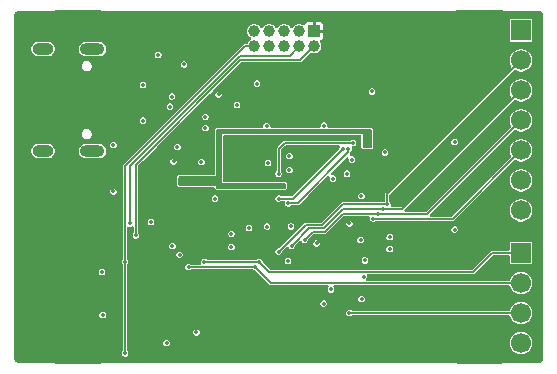
<source format=gbr>
%TF.GenerationSoftware,KiCad,Pcbnew,9.0.1+1*%
%TF.CreationDate,2025-09-03T19:24:44+00:00*%
%TF.ProjectId,ZSWatch-HeartRate,5a535761-7463-4682-9d48-656172745261,v1.2+ (Unreleased)*%
%TF.SameCoordinates,Original*%
%TF.FileFunction,Copper,L2,Inr*%
%TF.FilePolarity,Positive*%
%FSLAX46Y46*%
G04 Gerber Fmt 4.6, Leading zero omitted, Abs format (unit mm)*
G04 Created by KiCad (PCBNEW 9.0.1+1) date 2025-09-03 19:24:44*
%MOMM*%
%LPD*%
G01*
G04 APERTURE LIST*
%TA.AperFunction,ComponentPad*%
%ADD10O,2.100000X1.000000*%
%TD*%
%TA.AperFunction,ComponentPad*%
%ADD11O,1.800000X1.000000*%
%TD*%
%TA.AperFunction,ComponentPad*%
%ADD12R,1.700000X1.700000*%
%TD*%
%TA.AperFunction,ComponentPad*%
%ADD13C,1.700000*%
%TD*%
%TA.AperFunction,ComponentPad*%
%ADD14R,1.000000X1.000000*%
%TD*%
%TA.AperFunction,ComponentPad*%
%ADD15C,1.000000*%
%TD*%
%TA.AperFunction,ViaPad*%
%ADD16C,0.350000*%
%TD*%
%TA.AperFunction,Conductor*%
%ADD17C,0.150000*%
%TD*%
G04 APERTURE END LIST*
D10*
%TO.N,GND*%
%TO.C,X401*%
X189430000Y-139710000D03*
D11*
X185250000Y-139710000D03*
D10*
X189430000Y-148350000D03*
D11*
X185250000Y-148350000D03*
%TD*%
D12*
%TO.N,GND*%
%TO.C,J402*%
X225700000Y-138135000D03*
D13*
%TO.N,Net-(IC404-SCLK_{SENSOR})*%
X225700000Y-140675000D03*
%TO.N,Net-(IC404-MISO_{SENSOR})*%
X225700000Y-143215000D03*
%TO.N,Net-(IC404-MOSI_{SENSOR})*%
X225700000Y-145755000D03*
%TO.N,Net-(IC404-CS_{PPG})*%
X225700000Y-148295000D03*
%TO.N,Net-(IC404-CS_{ACC})*%
X225700000Y-150835000D03*
%TO.N,/Project Architecture/Main/STATUS*%
X225700000Y-153375000D03*
%TD*%
D12*
%TO.N,/Project Architecture/Main/SDA*%
%TO.C,J401*%
X225700000Y-156975000D03*
D13*
%TO.N,/Project Architecture/Main/SCL*%
X225700000Y-159515000D03*
%TO.N,/Project Architecture/Main/~{RESET_{HR}}*%
X225700000Y-162055000D03*
%TO.N,GND*%
X225700000Y-164595000D03*
%TD*%
D14*
%TO.N,+1V8*%
%TO.C,X403*%
X208200000Y-138200000D03*
D15*
%TO.N,/Project Architecture/Main/SWDIO*%
X208200000Y-139470000D03*
%TO.N,GND*%
X206930000Y-138200000D03*
%TO.N,/Project Architecture/Main/SWDCLK*%
X206930000Y-139470000D03*
%TO.N,GND*%
X205660000Y-138200000D03*
%TO.N,unconnected-(X403-SWO{slash}TDO-Pad6)*%
X205660000Y-139470000D03*
%TO.N,unconnected-(X403-KEY-Pad7)*%
X204390000Y-138200000D03*
%TO.N,unconnected-(X403-NC{slash}TDI-Pad8)*%
X204390000Y-139470000D03*
%TO.N,unconnected-(X403-GNDDetect-Pad9)*%
X203120000Y-138200000D03*
%TO.N,/Project Architecture/Main/~{RESET}*%
X203120000Y-139470000D03*
%TD*%
D16*
%TO.N,GND*%
X206250000Y-154725000D03*
X190250000Y-158600000D03*
X196625000Y-148025000D03*
X198650000Y-149275000D03*
X202700000Y-154855000D03*
X198234400Y-163700000D03*
X193700000Y-145780000D03*
X220100000Y-155000000D03*
X195000000Y-140200000D03*
X199800000Y-152375000D03*
X220100000Y-147575000D03*
X196300000Y-149225000D03*
X209020000Y-146195000D03*
X206000000Y-157675000D03*
X204220000Y-154755000D03*
X214600000Y-155650000D03*
X196000000Y-144600000D03*
X203350000Y-142650000D03*
X190300000Y-162224600D03*
X200112500Y-143562500D03*
X204175000Y-146225000D03*
X193700000Y-142780000D03*
X214200000Y-148475000D03*
X196150000Y-143750000D03*
X212210000Y-160875000D03*
X195700000Y-164600000D03*
X199000000Y-145450000D03*
X201650000Y-144450000D03*
X212500000Y-157600000D03*
X212200000Y-152175000D03*
X196800000Y-157131200D03*
X212400000Y-158975000D03*
X191200000Y-151775000D03*
X214600000Y-156650000D03*
%TO.N,+1V8*%
X207050000Y-157475000D03*
X212775000Y-155000000D03*
X199800000Y-153335000D03*
X204125000Y-141950000D03*
X198800000Y-147675000D03*
X218000000Y-162975000D03*
X213090000Y-157210000D03*
X197700000Y-164600000D03*
X209980000Y-146195000D03*
%TO.N,PD_GND*%
X206100000Y-148775000D03*
X211000000Y-150275000D03*
X206100000Y-149975000D03*
%TO.N,/Project Architecture/Main/V_{LED}*%
X197100000Y-150875000D03*
X205500000Y-151375000D03*
X204300000Y-151375000D03*
X212700000Y-147675000D03*
%TO.N,/Project Architecture/Main/V_{BAT}*%
X197200000Y-141025000D03*
X191200000Y-147837500D03*
%TO.N,/Project Architecture/Main/INT_{ACC}*%
X201200000Y-155354998D03*
X212140000Y-155890000D03*
%TO.N,/Project Architecture/Main/SCL*%
X203200000Y-158175000D03*
X197563000Y-158175000D03*
%TO.N,/Project Architecture/Main/SDA*%
X203553800Y-157728800D03*
X198900000Y-157728800D03*
%TO.N,/Project Architecture/Main/~{RESET_{HR}}*%
X211190000Y-162055000D03*
%TO.N,/Project Architecture/Main/STATUS*%
X209010000Y-161275000D03*
%TO.N,/Project Architecture/Main/CHARGE*%
X199000000Y-146400000D03*
X194400000Y-154375000D03*
%TO.N,/Project Architecture/Main/SWDIO*%
X193100000Y-155500000D03*
%TO.N,/Project Architecture/Main/SWDCLK*%
X192621000Y-154475000D03*
%TO.N,/Project Architecture/Main/~{RESET}*%
X192200000Y-157728800D03*
X192200000Y-165475000D03*
%TO.N,Net-(D402-K)*%
X209800000Y-150685000D03*
%TO.N,Net-(D403-K)*%
X204300000Y-149375000D03*
%TO.N,Net-(IC404-SCLK_{SENSOR})*%
X205200000Y-156875000D03*
X208400000Y-156180000D03*
X214400000Y-152875000D03*
%TO.N,Net-(IC404-MOSI_{SENSOR})*%
X207400000Y-155867500D03*
X213600000Y-153675000D03*
%TO.N,Net-(IC404-CS_{PPG})*%
X213200000Y-154075000D03*
%TO.N,Net-(IC404-CS_{ACC})*%
X201187500Y-156475000D03*
X209629999Y-160075000D03*
%TO.N,Net-(IC404-INT_{PPG})*%
X211190000Y-154485000D03*
X211400000Y-149075000D03*
%TO.N,Net-(IC404-MISO_{SENSOR})*%
X214000000Y-153275000D03*
X206300000Y-156375000D03*
%TO.N,Net-(IC405-LED3-DRV)*%
X211500000Y-147675000D03*
X205200000Y-150275000D03*
%TO.N,Net-(IC405-LED1-DRV)*%
X205200000Y-152375000D03*
X210600000Y-148175000D03*
%TO.N,Net-(IC405-LED2-DRV)*%
X206000000Y-152775000D03*
X211100000Y-148209314D03*
%TO.N,Net-(M401-P2.03)*%
X213100000Y-143300000D03*
X196202400Y-156400000D03*
%TD*%
D17*
%TO.N,/Project Architecture/Main/INT_{ACC}*%
X201199998Y-155355000D02*
X201200000Y-155354998D01*
%TO.N,/Project Architecture/Main/SCL*%
X203200000Y-158175000D02*
X204540000Y-159515000D01*
X225585000Y-159400000D02*
X225700000Y-159515000D01*
X203200000Y-158175000D02*
X197563000Y-158175000D01*
X204540000Y-159515000D02*
X225700000Y-159515000D01*
%TO.N,/Project Architecture/Main/SDA*%
X203553800Y-157728800D02*
X198900000Y-157728800D01*
X221675000Y-158575000D02*
X223275000Y-156975000D01*
X204400000Y-158575000D02*
X221675000Y-158575000D01*
X223275000Y-156975000D02*
X225700000Y-156975000D01*
X203553800Y-157728800D02*
X204400000Y-158575000D01*
%TO.N,/Project Architecture/Main/~{RESET_{HR}}*%
X211190000Y-162055000D02*
X225700000Y-162055000D01*
%TO.N,/Project Architecture/Main/SWDIO*%
X193100000Y-155500000D02*
X193100000Y-149500000D01*
X206995000Y-140675000D02*
X208200000Y-139470000D01*
X193100000Y-149500000D02*
X201925000Y-140675000D01*
X201925000Y-140675000D02*
X206995000Y-140675000D01*
%TO.N,/Project Architecture/Main/SWDCLK*%
X192621000Y-149579000D02*
X201925000Y-140275000D01*
X206125000Y-140275000D02*
X206930000Y-139470000D01*
X192621000Y-154475000D02*
X192621000Y-149579000D01*
X201925000Y-140275000D02*
X206125000Y-140275000D01*
%TO.N,/Project Architecture/Main/~{RESET}*%
X192200000Y-149600000D02*
X202330000Y-139470000D01*
X202330000Y-139470000D02*
X203120000Y-139470000D01*
X192200000Y-165475000D02*
X192200000Y-157728800D01*
X192200000Y-157728800D02*
X192200000Y-149600000D01*
%TO.N,Net-(IC404-SCLK_{SENSOR})*%
X208874661Y-154600000D02*
X210599661Y-152875000D01*
X214400000Y-151975000D02*
X214400000Y-152875000D01*
X225700000Y-140675000D02*
X214400000Y-151975000D01*
X207475000Y-154600000D02*
X208874661Y-154600000D01*
X210599661Y-152875000D02*
X214400000Y-152875000D01*
X205200000Y-156875000D02*
X207475000Y-154600000D01*
%TO.N,Net-(IC404-MOSI_{SENSOR})*%
X210600000Y-153675000D02*
X213600000Y-153675000D01*
X209100000Y-155175000D02*
X210600000Y-153675000D01*
X208092500Y-155175000D02*
X209100000Y-155175000D01*
X213600000Y-153675000D02*
X217780000Y-153675000D01*
X207400000Y-155867500D02*
X208092500Y-155175000D01*
X217780000Y-153675000D02*
X225700000Y-145755000D01*
%TO.N,Net-(IC404-CS_{PPG})*%
X213200000Y-154075000D02*
X219920000Y-154075000D01*
X219920000Y-154075000D02*
X225700000Y-148295000D01*
%TO.N,Net-(IC404-MISO_{SENSOR})*%
X206300000Y-156375000D02*
X207775000Y-154900000D01*
X210625000Y-153275000D02*
X214000000Y-153275000D01*
X209000000Y-154900000D02*
X210625000Y-153275000D01*
X215640000Y-153275000D02*
X225700000Y-143215000D01*
X207775000Y-154900000D02*
X209000000Y-154900000D01*
X214000000Y-153275000D02*
X215640000Y-153275000D01*
%TO.N,Net-(IC405-LED3-DRV)*%
X205700000Y-147675000D02*
X205200000Y-148175000D01*
X211500000Y-147675000D02*
X205700000Y-147675000D01*
X205200000Y-148175000D02*
X205200000Y-150275000D01*
%TO.N,Net-(IC405-LED1-DRV)*%
X210600000Y-148175000D02*
X206400000Y-152375000D01*
X206400000Y-152375000D02*
X205200000Y-152375000D01*
%TO.N,Net-(IC405-LED2-DRV)*%
X206000000Y-152775000D02*
X206800000Y-152775000D01*
X211100000Y-148475000D02*
X211100000Y-148209314D01*
X206800000Y-152775000D02*
X211100000Y-148475000D01*
%TD*%
%TA.AperFunction,Conductor*%
%TO.N,/Project Architecture/Main/V_{LED}*%
G36*
X204081425Y-146484439D02*
G01*
X204120197Y-146500499D01*
X204120198Y-146500499D01*
X204120200Y-146500500D01*
X204120201Y-146500500D01*
X204229799Y-146500500D01*
X204229800Y-146500500D01*
X204242641Y-146495180D01*
X204268575Y-146484439D01*
X204316028Y-146475000D01*
X212976000Y-146475000D01*
X213043039Y-146494685D01*
X213088794Y-146547489D01*
X213100000Y-146599000D01*
X213100000Y-147951000D01*
X213080315Y-148018039D01*
X213027511Y-148063794D01*
X212976000Y-148075000D01*
X212424000Y-148075000D01*
X212356961Y-148055315D01*
X212311206Y-148002511D01*
X212300000Y-147951000D01*
X212300000Y-146875000D01*
X200400000Y-146875000D01*
X200400000Y-151075000D01*
X205676000Y-151075000D01*
X205743039Y-151094685D01*
X205788794Y-151147489D01*
X205800000Y-151199000D01*
X205800000Y-151451000D01*
X205780315Y-151518039D01*
X205727511Y-151563794D01*
X205676000Y-151575000D01*
X200024000Y-151575000D01*
X199956961Y-151555315D01*
X199911206Y-151502511D01*
X199900000Y-151451000D01*
X199900000Y-151275000D01*
X196824000Y-151275000D01*
X196756961Y-151255315D01*
X196711206Y-151202511D01*
X196700000Y-151151000D01*
X196700000Y-150599000D01*
X196719685Y-150531961D01*
X196772489Y-150486206D01*
X196824000Y-150475000D01*
X199900000Y-150475000D01*
X199900000Y-146599000D01*
X199919685Y-146531961D01*
X199972489Y-146486206D01*
X200024000Y-146475000D01*
X204033972Y-146475000D01*
X204081425Y-146484439D01*
G37*
%TD.AperFunction*%
%TD*%
%TA.AperFunction,Conductor*%
%TO.N,+1V8*%
G36*
X190090690Y-136416612D02*
G01*
X190145413Y-136448207D01*
X190247273Y-136475500D01*
X190247275Y-136475500D01*
X220152725Y-136475500D01*
X220152727Y-136475500D01*
X220254587Y-136448207D01*
X220309309Y-136416612D01*
X220371309Y-136400000D01*
X224028691Y-136400000D01*
X224090690Y-136416612D01*
X224145413Y-136448207D01*
X224247273Y-136475500D01*
X224280009Y-136475500D01*
X227173071Y-136475500D01*
X227191873Y-136475500D01*
X227208058Y-136476561D01*
X227243134Y-136481178D01*
X227287214Y-136486982D01*
X227318479Y-136495359D01*
X227384665Y-136522774D01*
X227412699Y-136538960D01*
X227469537Y-136582574D01*
X227492425Y-136605462D01*
X227536039Y-136662300D01*
X227552225Y-136690335D01*
X227579639Y-136756519D01*
X227588017Y-136787784D01*
X227598439Y-136866940D01*
X227599500Y-136883127D01*
X227599500Y-165891872D01*
X227598439Y-165908059D01*
X227588017Y-165987215D01*
X227579639Y-166018480D01*
X227552225Y-166084664D01*
X227536039Y-166112699D01*
X227492425Y-166169537D01*
X227469537Y-166192425D01*
X227412699Y-166236039D01*
X227384664Y-166252225D01*
X227318480Y-166279639D01*
X227287215Y-166288017D01*
X227224008Y-166296339D01*
X227208057Y-166298439D01*
X227191873Y-166299500D01*
X224247273Y-166299500D01*
X224145413Y-166326793D01*
X224145410Y-166326794D01*
X224086783Y-166360642D01*
X224054087Y-166379520D01*
X224054086Y-166379520D01*
X224047390Y-166383387D01*
X223985390Y-166400000D01*
X220442755Y-166400000D01*
X220375716Y-166380315D01*
X220355074Y-166363681D01*
X220345914Y-166354521D01*
X220345913Y-166354520D01*
X220254587Y-166301793D01*
X220152727Y-166274500D01*
X220119991Y-166274500D01*
X190326929Y-166274500D01*
X190300000Y-166274500D01*
X190247273Y-166274500D01*
X190145413Y-166301793D01*
X190145410Y-166301794D01*
X190054085Y-166354521D01*
X190044926Y-166363681D01*
X189983603Y-166397166D01*
X189957245Y-166400000D01*
X186414610Y-166400000D01*
X186352610Y-166383387D01*
X186345914Y-166379521D01*
X186345913Y-166379520D01*
X186254587Y-166326793D01*
X186152727Y-166299500D01*
X186152726Y-166299500D01*
X183208127Y-166299500D01*
X183191942Y-166298439D01*
X183172563Y-166295887D01*
X183112784Y-166288017D01*
X183081519Y-166279639D01*
X183015335Y-166252225D01*
X182987300Y-166236039D01*
X182930462Y-166192425D01*
X182907574Y-166169537D01*
X182863960Y-166112699D01*
X182847774Y-166084664D01*
X182820360Y-166018480D01*
X182811982Y-165987213D01*
X182801561Y-165908057D01*
X182800500Y-165891872D01*
X182800500Y-162169800D01*
X190024500Y-162169800D01*
X190024500Y-162279400D01*
X190066443Y-162380658D01*
X190143942Y-162458157D01*
X190245200Y-162500100D01*
X190245201Y-162500100D01*
X190354799Y-162500100D01*
X190354800Y-162500100D01*
X190456058Y-162458157D01*
X190533557Y-162380658D01*
X190575500Y-162279400D01*
X190575500Y-162169800D01*
X190533557Y-162068542D01*
X190456058Y-161991043D01*
X190354800Y-161949100D01*
X190245200Y-161949100D01*
X190245199Y-161949100D01*
X190143940Y-161991044D01*
X190066444Y-162068540D01*
X190066443Y-162068541D01*
X190066443Y-162068542D01*
X190024500Y-162169800D01*
X182800500Y-162169800D01*
X182800500Y-158545200D01*
X189974500Y-158545200D01*
X189974500Y-158654800D01*
X190016443Y-158756058D01*
X190093942Y-158833557D01*
X190195200Y-158875500D01*
X190195201Y-158875500D01*
X190304799Y-158875500D01*
X190304800Y-158875500D01*
X190406058Y-158833557D01*
X190483557Y-158756058D01*
X190525500Y-158654800D01*
X190525500Y-158545200D01*
X190483557Y-158443942D01*
X190406058Y-158366443D01*
X190304800Y-158324500D01*
X190195200Y-158324500D01*
X190195199Y-158324500D01*
X190093940Y-158366444D01*
X190016444Y-158443940D01*
X189998683Y-158486819D01*
X189974500Y-158545200D01*
X182800500Y-158545200D01*
X182800500Y-157674000D01*
X191924500Y-157674000D01*
X191924500Y-157783600D01*
X191966443Y-157884858D01*
X191966444Y-157884859D01*
X191988181Y-157906596D01*
X192021666Y-157967919D01*
X192024500Y-157994277D01*
X192024500Y-165209523D01*
X192004815Y-165276562D01*
X191988181Y-165297204D01*
X191966444Y-165318940D01*
X191966443Y-165318941D01*
X191966443Y-165318942D01*
X191924500Y-165420200D01*
X191924500Y-165529800D01*
X191966443Y-165631058D01*
X192043942Y-165708557D01*
X192145200Y-165750500D01*
X192145201Y-165750500D01*
X192254799Y-165750500D01*
X192254800Y-165750500D01*
X192356058Y-165708557D01*
X192433557Y-165631058D01*
X192475500Y-165529800D01*
X192475500Y-165420200D01*
X192433557Y-165318942D01*
X192411819Y-165297204D01*
X192378334Y-165235881D01*
X192375500Y-165209523D01*
X192375500Y-164545200D01*
X195424500Y-164545200D01*
X195424500Y-164654800D01*
X195466443Y-164756058D01*
X195543942Y-164833557D01*
X195645200Y-164875500D01*
X195645201Y-164875500D01*
X195754799Y-164875500D01*
X195754800Y-164875500D01*
X195856058Y-164833557D01*
X195933557Y-164756058D01*
X195975500Y-164654800D01*
X195975500Y-164545200D01*
X195957349Y-164501379D01*
X224749500Y-164501379D01*
X224749500Y-164688620D01*
X224786025Y-164872243D01*
X224786027Y-164872251D01*
X224857676Y-165045228D01*
X224857681Y-165045237D01*
X224961697Y-165200907D01*
X224961700Y-165200911D01*
X225094088Y-165333299D01*
X225094092Y-165333302D01*
X225249762Y-165437318D01*
X225249768Y-165437321D01*
X225249769Y-165437322D01*
X225422749Y-165508973D01*
X225606379Y-165545499D01*
X225606383Y-165545500D01*
X225606384Y-165545500D01*
X225793617Y-165545500D01*
X225793618Y-165545499D01*
X225977251Y-165508973D01*
X226150231Y-165437322D01*
X226305908Y-165333302D01*
X226438302Y-165200908D01*
X226542322Y-165045231D01*
X226613973Y-164872251D01*
X226650500Y-164688616D01*
X226650500Y-164501384D01*
X226613973Y-164317749D01*
X226542322Y-164144769D01*
X226542321Y-164144768D01*
X226542318Y-164144762D01*
X226438302Y-163989092D01*
X226438299Y-163989088D01*
X226305911Y-163856700D01*
X226305907Y-163856697D01*
X226150237Y-163752681D01*
X226150228Y-163752676D01*
X225977251Y-163681027D01*
X225977243Y-163681025D01*
X225793620Y-163644500D01*
X225793616Y-163644500D01*
X225606384Y-163644500D01*
X225606379Y-163644500D01*
X225422756Y-163681025D01*
X225422748Y-163681027D01*
X225249771Y-163752676D01*
X225249762Y-163752681D01*
X225094092Y-163856697D01*
X225094088Y-163856700D01*
X224961700Y-163989088D01*
X224961697Y-163989092D01*
X224857681Y-164144762D01*
X224857676Y-164144771D01*
X224786027Y-164317748D01*
X224786025Y-164317756D01*
X224749500Y-164501379D01*
X195957349Y-164501379D01*
X195933557Y-164443942D01*
X195856058Y-164366443D01*
X195754800Y-164324500D01*
X195645200Y-164324500D01*
X195645199Y-164324500D01*
X195543940Y-164366444D01*
X195466444Y-164443940D01*
X195466443Y-164443941D01*
X195466443Y-164443942D01*
X195424500Y-164545200D01*
X192375500Y-164545200D01*
X192375500Y-163645200D01*
X197958900Y-163645200D01*
X197958900Y-163754800D01*
X198000843Y-163856058D01*
X198078342Y-163933557D01*
X198179600Y-163975500D01*
X198179601Y-163975500D01*
X198289199Y-163975500D01*
X198289200Y-163975500D01*
X198390458Y-163933557D01*
X198467957Y-163856058D01*
X198509900Y-163754800D01*
X198509900Y-163645200D01*
X198467957Y-163543942D01*
X198390458Y-163466443D01*
X198289200Y-163424500D01*
X198179600Y-163424500D01*
X198179599Y-163424500D01*
X198078340Y-163466444D01*
X198000844Y-163543940D01*
X198000843Y-163543941D01*
X198000843Y-163543942D01*
X197958900Y-163645200D01*
X192375500Y-163645200D01*
X192375500Y-162000200D01*
X210914500Y-162000200D01*
X210914500Y-162109800D01*
X210956443Y-162211058D01*
X211033942Y-162288557D01*
X211135200Y-162330500D01*
X211135201Y-162330500D01*
X211244799Y-162330500D01*
X211244800Y-162330500D01*
X211346058Y-162288557D01*
X211367796Y-162266819D01*
X211429119Y-162233334D01*
X211455477Y-162230500D01*
X224664023Y-162230500D01*
X224731062Y-162250185D01*
X224776817Y-162302989D01*
X224785639Y-162330303D01*
X224786024Y-162332242D01*
X224786028Y-162332253D01*
X224857676Y-162505228D01*
X224857681Y-162505237D01*
X224961697Y-162660907D01*
X224961700Y-162660911D01*
X225094088Y-162793299D01*
X225094092Y-162793302D01*
X225249762Y-162897318D01*
X225249768Y-162897321D01*
X225249769Y-162897322D01*
X225422749Y-162968973D01*
X225606379Y-163005499D01*
X225606383Y-163005500D01*
X225606384Y-163005500D01*
X225793617Y-163005500D01*
X225793618Y-163005499D01*
X225977251Y-162968973D01*
X226150231Y-162897322D01*
X226305908Y-162793302D01*
X226438302Y-162660908D01*
X226542322Y-162505231D01*
X226613973Y-162332251D01*
X226650500Y-162148616D01*
X226650500Y-161961384D01*
X226613973Y-161777749D01*
X226542322Y-161604769D01*
X226542321Y-161604768D01*
X226542318Y-161604762D01*
X226438302Y-161449092D01*
X226438299Y-161449088D01*
X226305911Y-161316700D01*
X226305907Y-161316697D01*
X226150237Y-161212681D01*
X226150228Y-161212676D01*
X225977251Y-161141027D01*
X225977243Y-161141025D01*
X225793620Y-161104500D01*
X225793616Y-161104500D01*
X225606384Y-161104500D01*
X225606379Y-161104500D01*
X225422756Y-161141025D01*
X225422748Y-161141027D01*
X225249771Y-161212676D01*
X225249762Y-161212681D01*
X225094092Y-161316697D01*
X225094088Y-161316700D01*
X224961700Y-161449088D01*
X224961697Y-161449092D01*
X224857681Y-161604762D01*
X224857676Y-161604771D01*
X224786028Y-161777746D01*
X224786024Y-161777757D01*
X224785639Y-161779697D01*
X224785157Y-161780617D01*
X224784259Y-161783579D01*
X224783697Y-161783408D01*
X224753251Y-161841607D01*
X224692534Y-161876178D01*
X224664023Y-161879500D01*
X211455477Y-161879500D01*
X211388438Y-161859815D01*
X211367796Y-161843181D01*
X211346059Y-161821444D01*
X211346058Y-161821443D01*
X211244800Y-161779500D01*
X211135200Y-161779500D01*
X211135199Y-161779500D01*
X211033940Y-161821444D01*
X210956444Y-161898940D01*
X210918293Y-161991044D01*
X210914500Y-162000200D01*
X192375500Y-162000200D01*
X192375500Y-161220200D01*
X208734500Y-161220200D01*
X208734500Y-161329800D01*
X208776443Y-161431058D01*
X208853942Y-161508557D01*
X208955200Y-161550500D01*
X208955201Y-161550500D01*
X209064799Y-161550500D01*
X209064800Y-161550500D01*
X209166058Y-161508557D01*
X209243557Y-161431058D01*
X209285500Y-161329800D01*
X209285500Y-161220200D01*
X209243557Y-161118942D01*
X209166058Y-161041443D01*
X209064800Y-160999500D01*
X208955200Y-160999500D01*
X208955199Y-160999500D01*
X208853940Y-161041444D01*
X208776444Y-161118940D01*
X208737615Y-161212681D01*
X208734500Y-161220200D01*
X192375500Y-161220200D01*
X192375500Y-160820200D01*
X211934500Y-160820200D01*
X211934500Y-160929800D01*
X211976443Y-161031058D01*
X212053942Y-161108557D01*
X212155200Y-161150500D01*
X212155201Y-161150500D01*
X212264799Y-161150500D01*
X212264800Y-161150500D01*
X212366058Y-161108557D01*
X212443557Y-161031058D01*
X212485500Y-160929800D01*
X212485500Y-160820200D01*
X212443557Y-160718942D01*
X212366058Y-160641443D01*
X212264800Y-160599500D01*
X212155200Y-160599500D01*
X212155199Y-160599500D01*
X212053940Y-160641444D01*
X211976444Y-160718940D01*
X211976443Y-160718941D01*
X211976443Y-160718942D01*
X211934500Y-160820200D01*
X192375500Y-160820200D01*
X192375500Y-158120200D01*
X197287500Y-158120200D01*
X197287500Y-158229800D01*
X197329443Y-158331058D01*
X197406942Y-158408557D01*
X197508200Y-158450500D01*
X197508201Y-158450500D01*
X197617799Y-158450500D01*
X197617800Y-158450500D01*
X197719058Y-158408557D01*
X197740796Y-158386819D01*
X197802119Y-158353334D01*
X197828477Y-158350500D01*
X202934523Y-158350500D01*
X203001562Y-158370185D01*
X203022204Y-158386819D01*
X203043942Y-158408557D01*
X203145200Y-158450500D01*
X203175943Y-158450500D01*
X203242982Y-158470185D01*
X203263624Y-158486819D01*
X204391218Y-159614413D01*
X204440587Y-159663782D01*
X204505091Y-159690500D01*
X209325522Y-159690500D01*
X209392561Y-159710185D01*
X209438316Y-159762989D01*
X209448260Y-159832147D01*
X209419235Y-159895703D01*
X209413203Y-159902181D01*
X209396443Y-159918940D01*
X209396442Y-159918941D01*
X209396442Y-159918942D01*
X209354499Y-160020200D01*
X209354499Y-160129800D01*
X209396442Y-160231058D01*
X209473941Y-160308557D01*
X209575199Y-160350500D01*
X209575200Y-160350500D01*
X209684798Y-160350500D01*
X209684799Y-160350500D01*
X209786057Y-160308557D01*
X209863556Y-160231058D01*
X209905499Y-160129800D01*
X209905499Y-160020200D01*
X209863556Y-159918942D01*
X209846795Y-159902181D01*
X209813310Y-159840858D01*
X209818294Y-159771166D01*
X209860166Y-159715233D01*
X209925630Y-159690816D01*
X209934476Y-159690500D01*
X224664023Y-159690500D01*
X224731062Y-159710185D01*
X224776817Y-159762989D01*
X224785639Y-159790303D01*
X224786024Y-159792242D01*
X224786028Y-159792253D01*
X224857676Y-159965228D01*
X224857681Y-159965237D01*
X224961697Y-160120907D01*
X224961700Y-160120911D01*
X225094088Y-160253299D01*
X225094092Y-160253302D01*
X225249762Y-160357318D01*
X225249768Y-160357321D01*
X225249769Y-160357322D01*
X225422749Y-160428973D01*
X225606379Y-160465499D01*
X225606383Y-160465500D01*
X225606384Y-160465500D01*
X225793617Y-160465500D01*
X225793618Y-160465499D01*
X225977251Y-160428973D01*
X226150231Y-160357322D01*
X226305908Y-160253302D01*
X226438302Y-160120908D01*
X226542322Y-159965231D01*
X226613973Y-159792251D01*
X226650500Y-159608616D01*
X226650500Y-159421384D01*
X226613973Y-159237749D01*
X226542322Y-159064769D01*
X226542321Y-159064768D01*
X226542318Y-159064762D01*
X226438302Y-158909092D01*
X226438299Y-158909088D01*
X226305911Y-158776700D01*
X226305907Y-158776697D01*
X226150237Y-158672681D01*
X226150228Y-158672676D01*
X225977251Y-158601027D01*
X225977243Y-158601025D01*
X225793620Y-158564500D01*
X225793616Y-158564500D01*
X225606384Y-158564500D01*
X225606379Y-158564500D01*
X225422756Y-158601025D01*
X225422748Y-158601027D01*
X225249771Y-158672676D01*
X225249762Y-158672681D01*
X225094092Y-158776697D01*
X225094088Y-158776700D01*
X224961700Y-158909088D01*
X224961697Y-158909092D01*
X224857681Y-159064762D01*
X224857676Y-159064771D01*
X224786028Y-159237746D01*
X224786024Y-159237757D01*
X224785639Y-159239697D01*
X224785157Y-159240617D01*
X224784259Y-159243579D01*
X224783697Y-159243408D01*
X224753251Y-159301607D01*
X224692534Y-159336178D01*
X224664023Y-159339500D01*
X212724477Y-159339500D01*
X212657438Y-159319815D01*
X212611683Y-159267011D01*
X212601739Y-159197853D01*
X212627411Y-159141638D01*
X212626772Y-159141212D01*
X212629406Y-159137268D01*
X212630764Y-159134297D01*
X212632989Y-159131907D01*
X212633552Y-159131062D01*
X212633557Y-159131058D01*
X212675500Y-159029800D01*
X212675500Y-158920200D01*
X212675499Y-158920199D01*
X212673117Y-158908220D01*
X212674716Y-158907901D01*
X212668756Y-158852489D01*
X212700028Y-158790009D01*
X212760115Y-158754353D01*
X212790787Y-158750500D01*
X221709907Y-158750500D01*
X221709909Y-158750500D01*
X221774413Y-158723782D01*
X223311376Y-157186819D01*
X223372699Y-157153334D01*
X223399057Y-157150500D01*
X224625501Y-157150500D01*
X224692540Y-157170185D01*
X224738295Y-157222989D01*
X224749501Y-157274500D01*
X224749501Y-157834902D01*
X224755330Y-157864212D01*
X224777542Y-157897457D01*
X224791221Y-157906596D01*
X224810787Y-157919669D01*
X224810790Y-157919669D01*
X224810791Y-157919670D01*
X224820647Y-157921630D01*
X224840101Y-157925500D01*
X226559898Y-157925499D01*
X226589213Y-157919669D01*
X226622457Y-157897457D01*
X226644669Y-157864213D01*
X226650500Y-157834899D01*
X226650499Y-156115102D01*
X226644669Y-156085787D01*
X226644668Y-156085785D01*
X226622457Y-156052542D01*
X226589214Y-156030332D01*
X226589215Y-156030332D01*
X226589213Y-156030331D01*
X226589211Y-156030330D01*
X226589208Y-156030329D01*
X226559901Y-156024500D01*
X224840105Y-156024500D01*
X224840097Y-156024501D01*
X224810787Y-156030330D01*
X224777542Y-156052542D01*
X224755332Y-156085785D01*
X224755329Y-156085791D01*
X224749500Y-156115098D01*
X224749500Y-156675500D01*
X224729815Y-156742539D01*
X224677011Y-156788294D01*
X224625500Y-156799500D01*
X223324351Y-156799500D01*
X223324343Y-156799499D01*
X223309909Y-156799499D01*
X223240091Y-156799499D01*
X223240090Y-156799499D01*
X223175584Y-156826219D01*
X221638624Y-158363181D01*
X221577301Y-158396666D01*
X221550943Y-158399500D01*
X204524057Y-158399500D01*
X204457018Y-158379815D01*
X204436376Y-158363181D01*
X203865619Y-157792424D01*
X203832134Y-157731101D01*
X203831198Y-157726357D01*
X203829300Y-157715635D01*
X203829300Y-157674000D01*
X203807015Y-157620200D01*
X205724500Y-157620200D01*
X205724500Y-157729800D01*
X205766443Y-157831058D01*
X205843942Y-157908557D01*
X205945200Y-157950500D01*
X205945201Y-157950500D01*
X206054799Y-157950500D01*
X206054800Y-157950500D01*
X206156058Y-157908557D01*
X206233557Y-157831058D01*
X206275500Y-157729800D01*
X206275500Y-157620200D01*
X206244434Y-157545200D01*
X212224500Y-157545200D01*
X212224500Y-157654800D01*
X212266443Y-157756058D01*
X212343942Y-157833557D01*
X212445200Y-157875500D01*
X212445201Y-157875500D01*
X212554799Y-157875500D01*
X212554800Y-157875500D01*
X212656058Y-157833557D01*
X212733557Y-157756058D01*
X212775500Y-157654800D01*
X212775500Y-157545200D01*
X212733557Y-157443942D01*
X212656058Y-157366443D01*
X212554800Y-157324500D01*
X212445200Y-157324500D01*
X212445199Y-157324500D01*
X212373596Y-157354159D01*
X212348013Y-157364757D01*
X212343940Y-157366444D01*
X212266444Y-157443940D01*
X212229299Y-157533615D01*
X212224500Y-157545200D01*
X206244434Y-157545200D01*
X206233557Y-157518942D01*
X206156058Y-157441443D01*
X206054800Y-157399500D01*
X205945200Y-157399500D01*
X205945199Y-157399500D01*
X205843940Y-157441444D01*
X205766444Y-157518940D01*
X205766443Y-157518941D01*
X205766443Y-157518942D01*
X205724500Y-157620200D01*
X203807015Y-157620200D01*
X203787357Y-157572742D01*
X203709858Y-157495243D01*
X203608600Y-157453300D01*
X203499000Y-157453300D01*
X203498999Y-157453300D01*
X203397740Y-157495244D01*
X203376004Y-157516981D01*
X203314681Y-157550466D01*
X203288323Y-157553300D01*
X199165477Y-157553300D01*
X199098438Y-157533615D01*
X199077796Y-157516981D01*
X199056059Y-157495244D01*
X199056058Y-157495243D01*
X198954800Y-157453300D01*
X198845200Y-157453300D01*
X198845199Y-157453300D01*
X198743940Y-157495244D01*
X198666444Y-157572740D01*
X198624500Y-157673999D01*
X198624500Y-157783598D01*
X198624501Y-157783604D01*
X198642910Y-157828046D01*
X198650380Y-157897515D01*
X198619106Y-157959995D01*
X198559018Y-157995648D01*
X198528350Y-157999500D01*
X197828477Y-157999500D01*
X197761438Y-157979815D01*
X197740796Y-157963181D01*
X197719059Y-157941444D01*
X197719058Y-157941443D01*
X197617800Y-157899500D01*
X197508200Y-157899500D01*
X197508199Y-157899500D01*
X197406940Y-157941444D01*
X197329444Y-158018940D01*
X197329443Y-158018941D01*
X197329443Y-158018942D01*
X197287500Y-158120200D01*
X192375500Y-158120200D01*
X192375500Y-157994277D01*
X192395185Y-157927238D01*
X192411819Y-157906596D01*
X192420958Y-157897457D01*
X192433557Y-157884858D01*
X192475500Y-157783600D01*
X192475500Y-157674000D01*
X192433557Y-157572742D01*
X192411819Y-157551004D01*
X192378334Y-157489681D01*
X192375500Y-157463323D01*
X192375500Y-157076400D01*
X196524500Y-157076400D01*
X196524500Y-157186000D01*
X196566443Y-157287258D01*
X196643942Y-157364757D01*
X196745200Y-157406700D01*
X196745201Y-157406700D01*
X196854799Y-157406700D01*
X196854800Y-157406700D01*
X196956058Y-157364757D01*
X197033557Y-157287258D01*
X197075500Y-157186000D01*
X197075500Y-157076400D01*
X197033557Y-156975142D01*
X196956058Y-156897643D01*
X196854800Y-156855700D01*
X196745200Y-156855700D01*
X196745199Y-156855700D01*
X196643940Y-156897644D01*
X196566444Y-156975140D01*
X196543282Y-157031058D01*
X196524500Y-157076400D01*
X192375500Y-157076400D01*
X192375500Y-156820200D01*
X204924500Y-156820200D01*
X204924500Y-156929800D01*
X204966443Y-157031058D01*
X205043942Y-157108557D01*
X205145200Y-157150500D01*
X205145201Y-157150500D01*
X205254799Y-157150500D01*
X205254800Y-157150500D01*
X205356058Y-157108557D01*
X205433557Y-157031058D01*
X205475500Y-156929800D01*
X205475500Y-156899056D01*
X205495185Y-156832017D01*
X205511815Y-156811379D01*
X205854876Y-156468317D01*
X205916199Y-156434833D01*
X205985891Y-156439817D01*
X206041824Y-156481689D01*
X206057117Y-156508544D01*
X206066443Y-156531058D01*
X206143942Y-156608557D01*
X206245200Y-156650500D01*
X206245201Y-156650500D01*
X206354799Y-156650500D01*
X206354800Y-156650500D01*
X206456058Y-156608557D01*
X206469415Y-156595200D01*
X214324500Y-156595200D01*
X214324500Y-156704800D01*
X214366443Y-156806058D01*
X214443942Y-156883557D01*
X214545200Y-156925500D01*
X214545201Y-156925500D01*
X214654799Y-156925500D01*
X214654800Y-156925500D01*
X214756058Y-156883557D01*
X214833557Y-156806058D01*
X214875500Y-156704800D01*
X214875500Y-156595200D01*
X214833557Y-156493942D01*
X214756058Y-156416443D01*
X214654800Y-156374500D01*
X214545200Y-156374500D01*
X214545199Y-156374500D01*
X214473596Y-156404159D01*
X214450910Y-156413557D01*
X214443940Y-156416444D01*
X214366444Y-156493940D01*
X214366443Y-156493941D01*
X214366443Y-156493942D01*
X214324500Y-156595200D01*
X206469415Y-156595200D01*
X206533557Y-156531058D01*
X206575500Y-156429800D01*
X206575500Y-156381472D01*
X206580389Y-156364581D01*
X206590096Y-156349346D01*
X206595185Y-156332017D01*
X206611815Y-156311379D01*
X206957073Y-155966120D01*
X207018396Y-155932636D01*
X207088088Y-155937620D01*
X207144021Y-155979492D01*
X207159312Y-156006343D01*
X207166443Y-156023558D01*
X207243942Y-156101057D01*
X207345200Y-156143000D01*
X207345201Y-156143000D01*
X207454799Y-156143000D01*
X207454800Y-156143000D01*
X207497772Y-156125200D01*
X208124500Y-156125200D01*
X208124500Y-156234800D01*
X208166443Y-156336058D01*
X208243942Y-156413557D01*
X208345200Y-156455500D01*
X208345201Y-156455500D01*
X208454799Y-156455500D01*
X208454800Y-156455500D01*
X208556058Y-156413557D01*
X208633557Y-156336058D01*
X208675500Y-156234800D01*
X208675500Y-156125200D01*
X208633557Y-156023942D01*
X208556058Y-155946443D01*
X208454800Y-155904500D01*
X208345200Y-155904500D01*
X208345199Y-155904500D01*
X208294502Y-155925500D01*
X208247909Y-155944800D01*
X208243940Y-155946444D01*
X208166444Y-156023940D01*
X208166443Y-156023941D01*
X208166443Y-156023942D01*
X208163797Y-156030330D01*
X208125181Y-156123557D01*
X208124500Y-156125200D01*
X207497772Y-156125200D01*
X207556058Y-156101057D01*
X207633557Y-156023558D01*
X207675500Y-155922300D01*
X207675500Y-155869842D01*
X207682880Y-155849418D01*
X207691212Y-155838045D01*
X207692048Y-155835200D01*
X211864500Y-155835200D01*
X211864500Y-155944800D01*
X211906443Y-156046058D01*
X211983942Y-156123557D01*
X212085200Y-156165500D01*
X212085201Y-156165500D01*
X212194799Y-156165500D01*
X212194800Y-156165500D01*
X212296058Y-156123557D01*
X212373557Y-156046058D01*
X212415500Y-155944800D01*
X212415500Y-155835200D01*
X212373557Y-155733942D01*
X212296058Y-155656443D01*
X212194800Y-155614500D01*
X212085200Y-155614500D01*
X212085199Y-155614500D01*
X212013596Y-155644159D01*
X211984872Y-155656058D01*
X211983940Y-155656444D01*
X211906444Y-155733940D01*
X211868925Y-155824518D01*
X211864500Y-155835200D01*
X207692048Y-155835200D01*
X207695185Y-155824518D01*
X207711819Y-155803876D01*
X207920495Y-155595200D01*
X214324500Y-155595200D01*
X214324500Y-155704800D01*
X214366443Y-155806058D01*
X214443942Y-155883557D01*
X214545200Y-155925500D01*
X214545201Y-155925500D01*
X214654799Y-155925500D01*
X214654800Y-155925500D01*
X214756058Y-155883557D01*
X214833557Y-155806058D01*
X214875500Y-155704800D01*
X214875500Y-155595200D01*
X214833557Y-155493942D01*
X214756058Y-155416443D01*
X214654800Y-155374500D01*
X214545200Y-155374500D01*
X214545199Y-155374500D01*
X214443940Y-155416444D01*
X214366444Y-155493940D01*
X214325826Y-155592000D01*
X214324500Y-155595200D01*
X207920495Y-155595200D01*
X208128876Y-155386819D01*
X208190199Y-155353334D01*
X208216557Y-155350500D01*
X209134907Y-155350500D01*
X209134909Y-155350500D01*
X209199413Y-155323782D01*
X209577995Y-154945200D01*
X219824500Y-154945200D01*
X219824500Y-155054800D01*
X219866443Y-155156058D01*
X219943942Y-155233557D01*
X220045200Y-155275500D01*
X220045201Y-155275500D01*
X220154799Y-155275500D01*
X220154800Y-155275500D01*
X220256058Y-155233557D01*
X220333557Y-155156058D01*
X220375500Y-155054800D01*
X220375500Y-154945200D01*
X220333557Y-154843942D01*
X220256058Y-154766443D01*
X220154800Y-154724500D01*
X220045200Y-154724500D01*
X220045199Y-154724500D01*
X219982434Y-154750499D01*
X219958290Y-154760500D01*
X219943940Y-154766444D01*
X219866444Y-154843940D01*
X219866443Y-154843941D01*
X219866443Y-154843942D01*
X219824500Y-154945200D01*
X209577995Y-154945200D01*
X210092994Y-154430200D01*
X210914500Y-154430200D01*
X210914500Y-154539800D01*
X210956443Y-154641058D01*
X211033942Y-154718557D01*
X211135200Y-154760500D01*
X211135201Y-154760500D01*
X211244799Y-154760500D01*
X211244800Y-154760500D01*
X211346058Y-154718557D01*
X211423557Y-154641058D01*
X211465500Y-154539800D01*
X211465500Y-154430200D01*
X211423557Y-154328942D01*
X211346058Y-154251443D01*
X211244800Y-154209500D01*
X211135200Y-154209500D01*
X211135199Y-154209500D01*
X211033940Y-154251444D01*
X210956444Y-154328940D01*
X210914666Y-154429800D01*
X210914500Y-154430200D01*
X210092994Y-154430200D01*
X210636375Y-153886818D01*
X210697698Y-153853334D01*
X210724056Y-153850500D01*
X212809213Y-153850500D01*
X212876252Y-153870185D01*
X212922007Y-153922989D01*
X212931951Y-153992147D01*
X212925148Y-154016941D01*
X212924500Y-154020199D01*
X212924500Y-154020200D01*
X212924500Y-154129800D01*
X212966443Y-154231058D01*
X213043942Y-154308557D01*
X213145200Y-154350500D01*
X213145201Y-154350500D01*
X213254799Y-154350500D01*
X213254800Y-154350500D01*
X213356058Y-154308557D01*
X213377796Y-154286819D01*
X213439119Y-154253334D01*
X213465477Y-154250500D01*
X219954907Y-154250500D01*
X219954909Y-154250500D01*
X220019413Y-154223782D01*
X220961816Y-153281379D01*
X224749500Y-153281379D01*
X224749500Y-153468620D01*
X224786025Y-153652243D01*
X224786027Y-153652251D01*
X224857676Y-153825228D01*
X224857681Y-153825237D01*
X224961697Y-153980907D01*
X224961700Y-153980911D01*
X225094088Y-154113299D01*
X225094092Y-154113302D01*
X225249762Y-154217318D01*
X225249771Y-154217323D01*
X225282930Y-154231058D01*
X225422749Y-154288973D01*
X225579734Y-154320199D01*
X225606379Y-154325499D01*
X225606383Y-154325500D01*
X225606384Y-154325500D01*
X225793617Y-154325500D01*
X225793618Y-154325499D01*
X225977251Y-154288973D01*
X226150231Y-154217322D01*
X226305908Y-154113302D01*
X226438302Y-153980908D01*
X226542322Y-153825231D01*
X226613973Y-153652251D01*
X226650500Y-153468616D01*
X226650500Y-153281384D01*
X226613973Y-153097749D01*
X226552980Y-152950499D01*
X226542323Y-152924771D01*
X226542318Y-152924762D01*
X226438302Y-152769092D01*
X226438299Y-152769088D01*
X226305911Y-152636700D01*
X226305907Y-152636697D01*
X226150237Y-152532681D01*
X226150228Y-152532676D01*
X225977251Y-152461027D01*
X225977243Y-152461025D01*
X225793620Y-152424500D01*
X225793616Y-152424500D01*
X225606384Y-152424500D01*
X225606379Y-152424500D01*
X225422756Y-152461025D01*
X225422748Y-152461027D01*
X225249771Y-152532676D01*
X225249762Y-152532681D01*
X225094092Y-152636697D01*
X225094088Y-152636700D01*
X224961700Y-152769088D01*
X224961697Y-152769092D01*
X224857681Y-152924762D01*
X224857676Y-152924771D01*
X224786027Y-153097748D01*
X224786025Y-153097756D01*
X224749500Y-153281379D01*
X220961816Y-153281379D01*
X223501815Y-150741379D01*
X224749500Y-150741379D01*
X224749500Y-150928620D01*
X224786025Y-151112243D01*
X224786027Y-151112251D01*
X224857676Y-151285228D01*
X224857681Y-151285237D01*
X224961697Y-151440907D01*
X224961700Y-151440911D01*
X225094088Y-151573299D01*
X225094092Y-151573302D01*
X225249762Y-151677318D01*
X225249771Y-151677323D01*
X225257439Y-151680499D01*
X225422749Y-151748973D01*
X225606379Y-151785499D01*
X225606383Y-151785500D01*
X225606384Y-151785500D01*
X225793617Y-151785500D01*
X225793618Y-151785499D01*
X225977251Y-151748973D01*
X226150231Y-151677322D01*
X226305908Y-151573302D01*
X226438302Y-151440908D01*
X226542322Y-151285231D01*
X226613973Y-151112251D01*
X226650500Y-150928616D01*
X226650500Y-150741384D01*
X226613973Y-150557749D01*
X226542322Y-150384769D01*
X226542321Y-150384768D01*
X226542318Y-150384762D01*
X226438302Y-150229092D01*
X226438299Y-150229088D01*
X226305911Y-150096700D01*
X226305907Y-150096697D01*
X226150237Y-149992681D01*
X226150228Y-149992676D01*
X225977251Y-149921027D01*
X225977243Y-149921025D01*
X225793620Y-149884500D01*
X225793616Y-149884500D01*
X225606384Y-149884500D01*
X225606379Y-149884500D01*
X225422756Y-149921025D01*
X225422748Y-149921027D01*
X225249771Y-149992676D01*
X225249762Y-149992681D01*
X225094092Y-150096697D01*
X225094088Y-150096700D01*
X224961700Y-150229088D01*
X224961697Y-150229092D01*
X224857681Y-150384762D01*
X224857676Y-150384771D01*
X224786027Y-150557748D01*
X224786025Y-150557756D01*
X224749500Y-150741379D01*
X223501815Y-150741379D01*
X225091552Y-149151641D01*
X225152873Y-149118158D01*
X225222565Y-149123142D01*
X225248124Y-149136223D01*
X225249769Y-149137322D01*
X225422749Y-149208973D01*
X225533779Y-149231058D01*
X225606379Y-149245499D01*
X225606383Y-149245500D01*
X225606384Y-149245500D01*
X225793617Y-149245500D01*
X225793618Y-149245499D01*
X225977251Y-149208973D01*
X226150231Y-149137322D01*
X226305908Y-149033302D01*
X226438302Y-148900908D01*
X226542322Y-148745231D01*
X226613973Y-148572251D01*
X226650500Y-148388616D01*
X226650500Y-148201384D01*
X226613973Y-148017749D01*
X226551730Y-147867481D01*
X226542323Y-147844771D01*
X226542318Y-147844762D01*
X226438302Y-147689092D01*
X226438299Y-147689088D01*
X226305911Y-147556700D01*
X226305907Y-147556697D01*
X226150237Y-147452681D01*
X226150228Y-147452676D01*
X225977251Y-147381027D01*
X225977243Y-147381025D01*
X225793620Y-147344500D01*
X225793616Y-147344500D01*
X225606384Y-147344500D01*
X225606379Y-147344500D01*
X225422756Y-147381025D01*
X225422748Y-147381027D01*
X225249771Y-147452676D01*
X225249762Y-147452681D01*
X225094092Y-147556697D01*
X225094088Y-147556700D01*
X224961700Y-147689088D01*
X224961697Y-147689092D01*
X224857681Y-147844762D01*
X224857676Y-147844771D01*
X224786027Y-148017748D01*
X224786025Y-148017756D01*
X224749500Y-148201379D01*
X224749500Y-148388620D01*
X224786025Y-148572243D01*
X224786027Y-148572251D01*
X224847309Y-148720200D01*
X224857678Y-148745231D01*
X224858774Y-148746872D01*
X224859085Y-148747865D01*
X224860548Y-148750601D01*
X224860029Y-148750878D01*
X224879655Y-148813546D01*
X224861174Y-148880927D01*
X224843356Y-148903447D01*
X219883624Y-153863181D01*
X219822301Y-153896666D01*
X219795943Y-153899500D01*
X218103057Y-153899500D01*
X218036018Y-153879815D01*
X217990263Y-153827011D01*
X217980319Y-153757853D01*
X218009344Y-153694297D01*
X218015376Y-153687819D01*
X219179413Y-152523782D01*
X225091552Y-146611640D01*
X225152873Y-146578157D01*
X225222565Y-146583141D01*
X225248118Y-146596219D01*
X225249769Y-146597322D01*
X225422749Y-146668973D01*
X225606379Y-146705499D01*
X225606383Y-146705500D01*
X225606384Y-146705500D01*
X225793617Y-146705500D01*
X225793618Y-146705499D01*
X225977251Y-146668973D01*
X226150231Y-146597322D01*
X226305908Y-146493302D01*
X226438302Y-146360908D01*
X226542322Y-146205231D01*
X226613973Y-146032251D01*
X226650500Y-145848616D01*
X226650500Y-145661384D01*
X226613973Y-145477749D01*
X226542322Y-145304769D01*
X226542321Y-145304768D01*
X226542318Y-145304762D01*
X226438302Y-145149092D01*
X226438299Y-145149088D01*
X226305911Y-145016700D01*
X226305907Y-145016697D01*
X226150237Y-144912681D01*
X226150228Y-144912676D01*
X225977251Y-144841027D01*
X225977243Y-144841025D01*
X225793620Y-144804500D01*
X225793616Y-144804500D01*
X225606384Y-144804500D01*
X225606379Y-144804500D01*
X225422756Y-144841025D01*
X225422748Y-144841027D01*
X225249771Y-144912676D01*
X225249762Y-144912681D01*
X225094092Y-145016697D01*
X225094088Y-145016700D01*
X224961700Y-145149088D01*
X224961697Y-145149092D01*
X224857681Y-145304762D01*
X224857676Y-145304771D01*
X224786027Y-145477748D01*
X224786025Y-145477756D01*
X224749500Y-145661379D01*
X224749500Y-145848620D01*
X224786025Y-146032243D01*
X224786027Y-146032251D01*
X224843167Y-146170200D01*
X224857678Y-146205231D01*
X224858781Y-146206881D01*
X224859093Y-146207878D01*
X224860547Y-146210598D01*
X224860030Y-146210873D01*
X224879655Y-146273560D01*
X224861167Y-146340939D01*
X224843356Y-146363448D01*
X217743624Y-153463181D01*
X217682301Y-153496666D01*
X217655943Y-153499500D01*
X215963057Y-153499500D01*
X215896018Y-153479815D01*
X215850263Y-153427011D01*
X215840319Y-153357853D01*
X215869344Y-153294297D01*
X215875376Y-153287819D01*
X217377696Y-151785499D01*
X225091552Y-144071640D01*
X225152873Y-144038157D01*
X225222565Y-144043141D01*
X225248118Y-144056219D01*
X225249769Y-144057322D01*
X225422749Y-144128973D01*
X225606379Y-144165499D01*
X225606383Y-144165500D01*
X225606384Y-144165500D01*
X225793617Y-144165500D01*
X225793618Y-144165499D01*
X225977251Y-144128973D01*
X226150231Y-144057322D01*
X226305908Y-143953302D01*
X226438302Y-143820908D01*
X226542322Y-143665231D01*
X226613973Y-143492251D01*
X226650500Y-143308616D01*
X226650500Y-143121384D01*
X226613973Y-142937749D01*
X226542322Y-142764769D01*
X226542321Y-142764768D01*
X226542318Y-142764762D01*
X226438302Y-142609092D01*
X226438299Y-142609088D01*
X226305911Y-142476700D01*
X226305907Y-142476697D01*
X226150237Y-142372681D01*
X226150228Y-142372676D01*
X225977251Y-142301027D01*
X225977243Y-142301025D01*
X225793620Y-142264500D01*
X225793616Y-142264500D01*
X225606384Y-142264500D01*
X225606379Y-142264500D01*
X225422756Y-142301025D01*
X225422748Y-142301027D01*
X225249771Y-142372676D01*
X225249762Y-142372681D01*
X225094092Y-142476697D01*
X225094088Y-142476700D01*
X224961700Y-142609088D01*
X224961697Y-142609092D01*
X224857681Y-142764762D01*
X224857676Y-142764771D01*
X224786027Y-142937748D01*
X224786025Y-142937756D01*
X224749500Y-143121379D01*
X224749500Y-143308620D01*
X224786025Y-143492243D01*
X224786027Y-143492251D01*
X224820509Y-143575499D01*
X224857678Y-143665231D01*
X224858781Y-143666881D01*
X224859093Y-143667878D01*
X224860547Y-143670598D01*
X224860030Y-143670873D01*
X224879655Y-143733560D01*
X224861167Y-143800939D01*
X224843356Y-143823448D01*
X215603624Y-153063181D01*
X215542301Y-153096666D01*
X215515943Y-153099500D01*
X214790787Y-153099500D01*
X214723748Y-153079815D01*
X214677993Y-153027011D01*
X214668049Y-152957853D01*
X214674851Y-152933058D01*
X214675500Y-152929798D01*
X214675500Y-152820201D01*
X214675500Y-152820200D01*
X214633557Y-152718942D01*
X214611819Y-152697204D01*
X214578334Y-152635881D01*
X214575500Y-152609523D01*
X214575500Y-152099055D01*
X214595185Y-152032016D01*
X214611814Y-152011379D01*
X219102993Y-147520200D01*
X219824500Y-147520200D01*
X219824500Y-147629800D01*
X219866443Y-147731058D01*
X219943942Y-147808557D01*
X220045200Y-147850500D01*
X220045201Y-147850500D01*
X220154799Y-147850500D01*
X220154800Y-147850500D01*
X220256058Y-147808557D01*
X220333557Y-147731058D01*
X220375500Y-147629800D01*
X220375500Y-147520200D01*
X220333557Y-147418942D01*
X220256058Y-147341443D01*
X220154800Y-147299500D01*
X220045200Y-147299500D01*
X220045199Y-147299500D01*
X219943940Y-147341444D01*
X219866444Y-147418940D01*
X219833075Y-147499499D01*
X219824500Y-147520200D01*
X219102993Y-147520200D01*
X225091552Y-141531640D01*
X225152873Y-141498157D01*
X225222565Y-141503141D01*
X225248118Y-141516219D01*
X225249769Y-141517322D01*
X225422749Y-141588973D01*
X225606379Y-141625499D01*
X225606383Y-141625500D01*
X225606384Y-141625500D01*
X225793617Y-141625500D01*
X225793618Y-141625499D01*
X225977251Y-141588973D01*
X226150231Y-141517322D01*
X226305908Y-141413302D01*
X226438302Y-141280908D01*
X226542322Y-141125231D01*
X226613973Y-140952251D01*
X226650500Y-140768616D01*
X226650500Y-140581384D01*
X226613973Y-140397749D01*
X226554761Y-140254800D01*
X226542323Y-140224771D01*
X226542318Y-140224762D01*
X226438302Y-140069092D01*
X226438299Y-140069088D01*
X226305911Y-139936700D01*
X226305907Y-139936697D01*
X226150237Y-139832681D01*
X226150228Y-139832676D01*
X225977251Y-139761027D01*
X225977243Y-139761025D01*
X225793620Y-139724500D01*
X225793616Y-139724500D01*
X225606384Y-139724500D01*
X225606379Y-139724500D01*
X225422756Y-139761025D01*
X225422748Y-139761027D01*
X225249771Y-139832676D01*
X225249762Y-139832681D01*
X225094092Y-139936697D01*
X225094088Y-139936700D01*
X224961700Y-140069088D01*
X224961697Y-140069092D01*
X224857681Y-140224762D01*
X224857676Y-140224771D01*
X224786027Y-140397748D01*
X224786025Y-140397756D01*
X224749500Y-140581379D01*
X224749500Y-140768620D01*
X224786025Y-140952243D01*
X224786027Y-140952251D01*
X224857678Y-141125231D01*
X224858781Y-141126881D01*
X224859093Y-141127878D01*
X224860547Y-141130598D01*
X224860030Y-141130873D01*
X224879655Y-141193560D01*
X224861167Y-141260939D01*
X224843356Y-141283448D01*
X214251218Y-151875586D01*
X214224500Y-151940091D01*
X214224500Y-152575500D01*
X214204815Y-152642539D01*
X214152011Y-152688294D01*
X214100500Y-152699500D01*
X210564752Y-152699500D01*
X210500247Y-152726218D01*
X208838285Y-154388181D01*
X208776962Y-154421666D01*
X208750604Y-154424500D01*
X207440091Y-154424500D01*
X207375586Y-154451218D01*
X205263624Y-156563181D01*
X205202301Y-156596666D01*
X205175943Y-156599500D01*
X205145199Y-156599500D01*
X205043940Y-156641444D01*
X204966444Y-156718940D01*
X204933075Y-156799499D01*
X204924500Y-156820200D01*
X192375500Y-156820200D01*
X192375500Y-156345200D01*
X195926900Y-156345200D01*
X195926900Y-156454800D01*
X195968843Y-156556058D01*
X196046342Y-156633557D01*
X196147600Y-156675500D01*
X196147601Y-156675500D01*
X196257199Y-156675500D01*
X196257200Y-156675500D01*
X196358458Y-156633557D01*
X196435957Y-156556058D01*
X196477900Y-156454800D01*
X196477900Y-156420200D01*
X200912000Y-156420200D01*
X200912000Y-156529800D01*
X200953943Y-156631058D01*
X201031442Y-156708557D01*
X201132700Y-156750500D01*
X201132701Y-156750500D01*
X201242299Y-156750500D01*
X201242300Y-156750500D01*
X201343558Y-156708557D01*
X201421057Y-156631058D01*
X201463000Y-156529800D01*
X201463000Y-156420200D01*
X201421057Y-156318942D01*
X201343558Y-156241443D01*
X201242300Y-156199500D01*
X201132700Y-156199500D01*
X201132699Y-156199500D01*
X201061096Y-156229159D01*
X201047480Y-156234800D01*
X201031440Y-156241444D01*
X200953944Y-156318940D01*
X200913556Y-156416444D01*
X200912000Y-156420200D01*
X196477900Y-156420200D01*
X196477900Y-156345200D01*
X196435957Y-156243942D01*
X196358458Y-156166443D01*
X196257200Y-156124500D01*
X196147600Y-156124500D01*
X196147599Y-156124500D01*
X196046340Y-156166444D01*
X195968844Y-156243940D01*
X195930687Y-156336058D01*
X195926900Y-156345200D01*
X192375500Y-156345200D01*
X192375500Y-154857088D01*
X192395185Y-154790049D01*
X192447989Y-154744294D01*
X192517147Y-154734350D01*
X192546950Y-154742526D01*
X192566200Y-154750500D01*
X192566201Y-154750500D01*
X192675799Y-154750500D01*
X192675800Y-154750500D01*
X192753047Y-154718502D01*
X192822515Y-154711033D01*
X192884994Y-154742307D01*
X192920648Y-154802395D01*
X192924500Y-154833063D01*
X192924500Y-155234523D01*
X192904815Y-155301562D01*
X192888181Y-155322204D01*
X192866444Y-155343940D01*
X192836412Y-155416443D01*
X192824500Y-155445200D01*
X192824500Y-155554800D01*
X192866443Y-155656058D01*
X192943942Y-155733557D01*
X193045200Y-155775500D01*
X193045201Y-155775500D01*
X193154799Y-155775500D01*
X193154800Y-155775500D01*
X193256058Y-155733557D01*
X193333557Y-155656058D01*
X193375500Y-155554800D01*
X193375500Y-155445200D01*
X193333557Y-155343942D01*
X193308100Y-155318485D01*
X193304716Y-155314473D01*
X193298425Y-155300198D01*
X200924500Y-155300198D01*
X200924500Y-155409798D01*
X200966443Y-155511056D01*
X201043942Y-155588555D01*
X201145200Y-155630498D01*
X201145201Y-155630498D01*
X201254799Y-155630498D01*
X201254800Y-155630498D01*
X201356058Y-155588555D01*
X201433557Y-155511056D01*
X201475500Y-155409798D01*
X201475500Y-155300198D01*
X201433557Y-155198940D01*
X201356058Y-155121441D01*
X201254800Y-155079498D01*
X201145200Y-155079498D01*
X201145199Y-155079498D01*
X201043940Y-155121442D01*
X200966444Y-155198938D01*
X200930429Y-155285885D01*
X200924500Y-155300198D01*
X193298425Y-155300198D01*
X193292658Y-155287113D01*
X193278334Y-155260881D01*
X193277442Y-155252589D01*
X193276538Y-155250537D01*
X193276944Y-155247955D01*
X193275500Y-155234523D01*
X193275500Y-154800200D01*
X202424500Y-154800200D01*
X202424500Y-154909800D01*
X202466443Y-155011058D01*
X202543942Y-155088557D01*
X202645200Y-155130500D01*
X202645201Y-155130500D01*
X202754799Y-155130500D01*
X202754800Y-155130500D01*
X202856058Y-155088557D01*
X202933557Y-155011058D01*
X202975500Y-154909800D01*
X202975500Y-154800200D01*
X202934078Y-154700200D01*
X203944500Y-154700200D01*
X203944500Y-154809800D01*
X203986443Y-154911058D01*
X204063942Y-154988557D01*
X204165200Y-155030500D01*
X204165201Y-155030500D01*
X204274799Y-155030500D01*
X204274800Y-155030500D01*
X204376058Y-154988557D01*
X204453557Y-154911058D01*
X204495500Y-154809800D01*
X204495500Y-154700200D01*
X204483073Y-154670200D01*
X205974500Y-154670200D01*
X205974500Y-154779800D01*
X206016443Y-154881058D01*
X206093942Y-154958557D01*
X206195200Y-155000500D01*
X206195201Y-155000500D01*
X206304799Y-155000500D01*
X206304800Y-155000500D01*
X206406058Y-154958557D01*
X206483557Y-154881058D01*
X206525500Y-154779800D01*
X206525500Y-154670200D01*
X206483557Y-154568942D01*
X206406058Y-154491443D01*
X206304800Y-154449500D01*
X206195200Y-154449500D01*
X206195199Y-154449500D01*
X206093940Y-154491444D01*
X206016444Y-154568940D01*
X205982661Y-154650499D01*
X205974500Y-154670200D01*
X204483073Y-154670200D01*
X204453557Y-154598942D01*
X204376058Y-154521443D01*
X204274800Y-154479500D01*
X204165200Y-154479500D01*
X204165199Y-154479500D01*
X204063940Y-154521444D01*
X203986444Y-154598940D01*
X203944501Y-154700198D01*
X203944500Y-154700200D01*
X202934078Y-154700200D01*
X202933557Y-154698942D01*
X202856058Y-154621443D01*
X202754800Y-154579500D01*
X202645200Y-154579500D01*
X202645199Y-154579500D01*
X202543940Y-154621444D01*
X202466444Y-154698940D01*
X202466443Y-154698941D01*
X202466443Y-154698942D01*
X202458319Y-154718555D01*
X202428705Y-154790049D01*
X202424500Y-154800200D01*
X193275500Y-154800200D01*
X193275500Y-154320200D01*
X194124500Y-154320200D01*
X194124500Y-154429800D01*
X194166443Y-154531058D01*
X194243942Y-154608557D01*
X194345200Y-154650500D01*
X194345201Y-154650500D01*
X194454799Y-154650500D01*
X194454800Y-154650500D01*
X194556058Y-154608557D01*
X194633557Y-154531058D01*
X194675500Y-154429800D01*
X194675500Y-154320200D01*
X194633557Y-154218942D01*
X194556058Y-154141443D01*
X194454800Y-154099500D01*
X194345200Y-154099500D01*
X194345199Y-154099500D01*
X194243940Y-154141444D01*
X194166444Y-154218940D01*
X194129323Y-154308557D01*
X194124500Y-154320200D01*
X193275500Y-154320200D01*
X193275500Y-152320200D01*
X199524500Y-152320200D01*
X199524500Y-152429800D01*
X199566443Y-152531058D01*
X199643942Y-152608557D01*
X199745200Y-152650500D01*
X199745201Y-152650500D01*
X199854799Y-152650500D01*
X199854800Y-152650500D01*
X199956058Y-152608557D01*
X200033557Y-152531058D01*
X200075500Y-152429800D01*
X200075500Y-152320200D01*
X200033557Y-152218942D01*
X199956058Y-152141443D01*
X199854800Y-152099500D01*
X199745200Y-152099500D01*
X199745199Y-152099500D01*
X199643940Y-152141444D01*
X199566444Y-152218940D01*
X199566443Y-152218941D01*
X199566443Y-152218942D01*
X199524500Y-152320200D01*
X193275500Y-152320200D01*
X193275500Y-150599003D01*
X196594500Y-150599003D01*
X196594500Y-151151002D01*
X196596910Y-151173426D01*
X196608117Y-151224938D01*
X196631474Y-151271600D01*
X196643286Y-151285231D01*
X196677229Y-151324403D01*
X196727237Y-151356541D01*
X196794276Y-151376226D01*
X196824000Y-151380500D01*
X199676770Y-151380500D01*
X199743809Y-151400185D01*
X199789564Y-151452989D01*
X199797936Y-151478140D01*
X199808117Y-151524938D01*
X199831474Y-151571600D01*
X199854151Y-151597770D01*
X199877229Y-151624403D01*
X199927237Y-151656541D01*
X199994276Y-151676226D01*
X200024000Y-151680500D01*
X200024004Y-151680500D01*
X205676000Y-151680500D01*
X205698427Y-151678089D01*
X205749938Y-151666883D01*
X205796599Y-151643526D01*
X205849403Y-151597771D01*
X205881541Y-151547763D01*
X205901226Y-151480724D01*
X205905500Y-151451000D01*
X205905500Y-151199000D01*
X205903089Y-151176573D01*
X205891883Y-151125062D01*
X205868526Y-151078401D01*
X205868525Y-151078399D01*
X205822770Y-151025596D01*
X205797767Y-151009528D01*
X205772763Y-150993459D01*
X205705729Y-150973775D01*
X205705725Y-150973774D01*
X205705724Y-150973774D01*
X205676000Y-150969500D01*
X205675996Y-150969500D01*
X200629500Y-150969500D01*
X200562461Y-150949815D01*
X200516706Y-150897011D01*
X200505500Y-150845500D01*
X200505500Y-150220200D01*
X204924500Y-150220200D01*
X204924500Y-150329800D01*
X204966443Y-150431058D01*
X205043942Y-150508557D01*
X205145200Y-150550500D01*
X205145201Y-150550500D01*
X205254799Y-150550500D01*
X205254800Y-150550500D01*
X205356058Y-150508557D01*
X205433557Y-150431058D01*
X205475500Y-150329800D01*
X205475500Y-150220200D01*
X205433557Y-150118942D01*
X205411819Y-150097204D01*
X205397115Y-150070276D01*
X205380523Y-150044458D01*
X205379631Y-150038257D01*
X205378334Y-150035881D01*
X205375500Y-150009523D01*
X205375500Y-149920200D01*
X205824500Y-149920200D01*
X205824500Y-150029800D01*
X205866443Y-150131058D01*
X205943942Y-150208557D01*
X206045200Y-150250500D01*
X206045201Y-150250500D01*
X206154799Y-150250500D01*
X206154800Y-150250500D01*
X206256058Y-150208557D01*
X206333557Y-150131058D01*
X206375500Y-150029800D01*
X206375500Y-149920200D01*
X206333557Y-149818942D01*
X206256058Y-149741443D01*
X206154800Y-149699500D01*
X206045200Y-149699500D01*
X206045199Y-149699500D01*
X205943940Y-149741444D01*
X205866444Y-149818940D01*
X205839288Y-149884500D01*
X205824500Y-149920200D01*
X205375500Y-149920200D01*
X205375500Y-148720200D01*
X205824500Y-148720200D01*
X205824500Y-148829800D01*
X205866443Y-148931058D01*
X205943942Y-149008557D01*
X206045200Y-149050500D01*
X206045201Y-149050500D01*
X206154799Y-149050500D01*
X206154800Y-149050500D01*
X206256058Y-149008557D01*
X206333557Y-148931058D01*
X206375500Y-148829800D01*
X206375500Y-148720200D01*
X206333557Y-148618942D01*
X206256058Y-148541443D01*
X206154800Y-148499500D01*
X206045200Y-148499500D01*
X206045199Y-148499500D01*
X205943940Y-148541444D01*
X205866444Y-148618940D01*
X205825115Y-148718716D01*
X205824500Y-148720200D01*
X205375500Y-148720200D01*
X205375500Y-148299057D01*
X205395185Y-148232018D01*
X205411819Y-148211376D01*
X205736376Y-147886819D01*
X205797699Y-147853334D01*
X205824057Y-147850500D01*
X210250635Y-147850500D01*
X210275485Y-147857796D01*
X210301157Y-147861259D01*
X210308466Y-147867481D01*
X210317674Y-147870185D01*
X210334632Y-147889756D01*
X210354360Y-147906550D01*
X210357144Y-147915736D01*
X210363429Y-147922989D01*
X210367115Y-147948625D01*
X210374630Y-147973415D01*
X210372359Y-147985097D01*
X210373373Y-147992147D01*
X210369913Y-148008392D01*
X210367102Y-148018282D01*
X210366443Y-148018942D01*
X210324500Y-148120200D01*
X210324500Y-148168216D01*
X210319778Y-148184835D01*
X210309987Y-148200367D01*
X210304815Y-148217982D01*
X210288181Y-148238624D01*
X206363624Y-152163181D01*
X206302301Y-152196666D01*
X206275943Y-152199500D01*
X205465477Y-152199500D01*
X205398438Y-152179815D01*
X205377796Y-152163181D01*
X205356059Y-152141444D01*
X205356058Y-152141443D01*
X205254800Y-152099500D01*
X205145200Y-152099500D01*
X205145199Y-152099500D01*
X205043940Y-152141444D01*
X204966444Y-152218940D01*
X204966443Y-152218941D01*
X204966443Y-152218942D01*
X204924500Y-152320200D01*
X204924500Y-152429800D01*
X204966443Y-152531058D01*
X205043942Y-152608557D01*
X205145200Y-152650500D01*
X205145201Y-152650500D01*
X205254799Y-152650500D01*
X205254800Y-152650500D01*
X205356058Y-152608557D01*
X205377796Y-152586819D01*
X205404723Y-152572115D01*
X205430542Y-152555523D01*
X205436742Y-152554631D01*
X205439119Y-152553334D01*
X205465477Y-152550500D01*
X205609213Y-152550500D01*
X205676252Y-152570185D01*
X205722007Y-152622989D01*
X205731951Y-152692147D01*
X205725148Y-152716941D01*
X205724500Y-152720199D01*
X205724500Y-152720200D01*
X205724500Y-152829800D01*
X205766443Y-152931058D01*
X205843942Y-153008557D01*
X205945200Y-153050500D01*
X205945201Y-153050500D01*
X206054799Y-153050500D01*
X206054800Y-153050500D01*
X206156058Y-153008557D01*
X206177796Y-152986819D01*
X206239119Y-152953334D01*
X206265477Y-152950500D01*
X206834907Y-152950500D01*
X206834909Y-152950500D01*
X206899413Y-152923782D01*
X207702994Y-152120200D01*
X211924500Y-152120200D01*
X211924500Y-152229800D01*
X211966443Y-152331058D01*
X212043942Y-152408557D01*
X212145200Y-152450500D01*
X212145201Y-152450500D01*
X212254799Y-152450500D01*
X212254800Y-152450500D01*
X212356058Y-152408557D01*
X212433557Y-152331058D01*
X212475500Y-152229800D01*
X212475500Y-152120200D01*
X212433557Y-152018942D01*
X212356058Y-151941443D01*
X212254800Y-151899500D01*
X212145200Y-151899500D01*
X212145199Y-151899500D01*
X212043940Y-151941444D01*
X211966444Y-152018940D01*
X211966443Y-152018941D01*
X211966443Y-152018942D01*
X211954533Y-152047694D01*
X211933259Y-152099055D01*
X211924500Y-152120200D01*
X207702994Y-152120200D01*
X209318107Y-150505085D01*
X209379429Y-150471602D01*
X209449121Y-150476586D01*
X209505054Y-150518458D01*
X209529471Y-150583922D01*
X209524014Y-150617649D01*
X209526883Y-150618220D01*
X209524500Y-150630199D01*
X209524500Y-150630200D01*
X209524500Y-150739800D01*
X209566443Y-150841058D01*
X209643942Y-150918557D01*
X209745200Y-150960500D01*
X209745201Y-150960500D01*
X209854799Y-150960500D01*
X209854800Y-150960500D01*
X209956058Y-150918557D01*
X210033557Y-150841058D01*
X210075500Y-150739800D01*
X210075500Y-150630200D01*
X210033557Y-150528942D01*
X209956058Y-150451443D01*
X209854800Y-150409500D01*
X209745200Y-150409500D01*
X209745199Y-150409500D01*
X209733220Y-150411883D01*
X209732409Y-150407809D01*
X209685655Y-150412800D01*
X209623201Y-150381476D01*
X209587595Y-150321359D01*
X209590143Y-150251536D01*
X209609517Y-150220200D01*
X210724500Y-150220200D01*
X210724500Y-150329800D01*
X210766443Y-150431058D01*
X210843942Y-150508557D01*
X210945200Y-150550500D01*
X210945201Y-150550500D01*
X211054799Y-150550500D01*
X211054800Y-150550500D01*
X211156058Y-150508557D01*
X211233557Y-150431058D01*
X211275500Y-150329800D01*
X211275500Y-150220200D01*
X211233557Y-150118942D01*
X211156058Y-150041443D01*
X211054800Y-149999500D01*
X210945200Y-149999500D01*
X210945199Y-149999500D01*
X210843940Y-150041444D01*
X210766444Y-150118940D01*
X210729323Y-150208557D01*
X210724500Y-150220200D01*
X209609517Y-150220200D01*
X209620083Y-150203110D01*
X210915286Y-148907906D01*
X210976607Y-148874423D01*
X211046299Y-148879407D01*
X211102232Y-148921279D01*
X211126649Y-148986743D01*
X211124584Y-149019770D01*
X211124500Y-149020192D01*
X211124500Y-149020199D01*
X211124500Y-149020200D01*
X211124500Y-149129800D01*
X211166443Y-149231058D01*
X211243942Y-149308557D01*
X211345200Y-149350500D01*
X211345201Y-149350500D01*
X211454799Y-149350500D01*
X211454800Y-149350500D01*
X211556058Y-149308557D01*
X211633557Y-149231058D01*
X211675500Y-149129800D01*
X211675500Y-149020200D01*
X211633557Y-148918942D01*
X211556058Y-148841443D01*
X211454800Y-148799500D01*
X211345200Y-148799500D01*
X211345197Y-148799500D01*
X211344775Y-148799584D01*
X211343837Y-148799500D01*
X211332987Y-148799500D01*
X211332987Y-148798528D01*
X211275184Y-148793352D01*
X211220009Y-148750486D01*
X211196768Y-148684595D01*
X211205003Y-148633073D01*
X211214452Y-148608742D01*
X211248782Y-148574413D01*
X211275500Y-148509909D01*
X211275500Y-148451558D01*
X211283912Y-148429899D01*
X211291377Y-148420200D01*
X213924500Y-148420200D01*
X213924500Y-148529800D01*
X213966443Y-148631058D01*
X214043942Y-148708557D01*
X214145200Y-148750500D01*
X214145201Y-148750500D01*
X214254799Y-148750500D01*
X214254800Y-148750500D01*
X214356058Y-148708557D01*
X214433557Y-148631058D01*
X214475500Y-148529800D01*
X214475500Y-148420200D01*
X214433557Y-148318942D01*
X214356058Y-148241443D01*
X214254800Y-148199500D01*
X214145200Y-148199500D01*
X214145199Y-148199500D01*
X214043940Y-148241444D01*
X213966444Y-148318940D01*
X213929323Y-148408557D01*
X213924500Y-148420200D01*
X211291377Y-148420200D01*
X211291623Y-148419881D01*
X211295185Y-148407752D01*
X211311819Y-148387110D01*
X211333557Y-148365372D01*
X211375500Y-148264114D01*
X211375500Y-148154514D01*
X211369526Y-148140091D01*
X211362013Y-148121953D01*
X211354544Y-148052484D01*
X211385819Y-147990005D01*
X211445907Y-147954352D01*
X211476574Y-147950500D01*
X211554799Y-147950500D01*
X211554800Y-147950500D01*
X211656058Y-147908557D01*
X211733557Y-147831058D01*
X211775500Y-147729800D01*
X211775500Y-147620200D01*
X211733557Y-147518942D01*
X211656058Y-147441443D01*
X211554800Y-147399500D01*
X211445200Y-147399500D01*
X211445199Y-147399500D01*
X211343940Y-147441444D01*
X211322204Y-147463181D01*
X211260881Y-147496666D01*
X211234523Y-147499500D01*
X205749351Y-147499500D01*
X205749343Y-147499499D01*
X205734909Y-147499499D01*
X205665091Y-147499499D01*
X205665090Y-147499499D01*
X205600584Y-147526219D01*
X205100587Y-148026218D01*
X205051218Y-148075586D01*
X205024500Y-148140091D01*
X205024500Y-150009523D01*
X205021279Y-150020492D01*
X205022471Y-150031862D01*
X205011237Y-150065320D01*
X205002271Y-150083113D01*
X204966443Y-150118942D01*
X204924500Y-150220200D01*
X200505500Y-150220200D01*
X200505500Y-149320200D01*
X204024500Y-149320200D01*
X204024500Y-149429800D01*
X204066443Y-149531058D01*
X204143942Y-149608557D01*
X204245200Y-149650500D01*
X204245201Y-149650500D01*
X204354799Y-149650500D01*
X204354800Y-149650500D01*
X204456058Y-149608557D01*
X204533557Y-149531058D01*
X204575500Y-149429800D01*
X204575500Y-149320200D01*
X204533557Y-149218942D01*
X204456058Y-149141443D01*
X204354800Y-149099500D01*
X204245200Y-149099500D01*
X204245199Y-149099500D01*
X204200156Y-149118158D01*
X204153889Y-149137323D01*
X204143940Y-149141444D01*
X204066444Y-149218940D01*
X204066443Y-149218941D01*
X204066443Y-149218942D01*
X204061424Y-149231058D01*
X204029323Y-149308557D01*
X204024500Y-149320200D01*
X200505500Y-149320200D01*
X200505500Y-147104500D01*
X200525185Y-147037461D01*
X200577989Y-146991706D01*
X200629500Y-146980500D01*
X212070500Y-146980500D01*
X212137539Y-147000185D01*
X212183294Y-147052989D01*
X212194500Y-147104500D01*
X212194500Y-147951002D01*
X212196910Y-147973426D01*
X212208117Y-148024938D01*
X212231474Y-148071600D01*
X212254151Y-148097770D01*
X212277229Y-148124403D01*
X212327237Y-148156541D01*
X212394276Y-148176226D01*
X212424000Y-148180500D01*
X212424004Y-148180500D01*
X212976000Y-148180500D01*
X212998427Y-148178089D01*
X213049938Y-148166883D01*
X213096599Y-148143526D01*
X213149403Y-148097771D01*
X213181541Y-148047763D01*
X213201226Y-147980724D01*
X213205500Y-147951000D01*
X213205500Y-146599000D01*
X213203089Y-146576573D01*
X213191883Y-146525062D01*
X213168526Y-146478401D01*
X213168525Y-146478399D01*
X213122770Y-146425596D01*
X213093015Y-146406474D01*
X213072763Y-146393459D01*
X213005729Y-146373775D01*
X213005725Y-146373774D01*
X213005724Y-146373774D01*
X212976000Y-146369500D01*
X212975996Y-146369500D01*
X209419500Y-146369500D01*
X209352461Y-146349815D01*
X209306706Y-146297011D01*
X209295500Y-146245500D01*
X209295500Y-146140201D01*
X209295500Y-146140200D01*
X209253557Y-146038942D01*
X209176058Y-145961443D01*
X209074800Y-145919500D01*
X208965200Y-145919500D01*
X208965199Y-145919500D01*
X208863940Y-145961444D01*
X208786444Y-146038940D01*
X208744500Y-146140199D01*
X208744500Y-146245500D01*
X208724815Y-146312539D01*
X208672011Y-146358294D01*
X208620500Y-146369500D01*
X204574500Y-146369500D01*
X204507461Y-146349815D01*
X204461706Y-146297011D01*
X204450500Y-146245500D01*
X204450500Y-146170201D01*
X204450500Y-146170200D01*
X204408557Y-146068942D01*
X204331058Y-145991443D01*
X204229800Y-145949500D01*
X204120200Y-145949500D01*
X204120199Y-145949500D01*
X204018940Y-145991444D01*
X203941444Y-146068940D01*
X203899500Y-146170199D01*
X203899500Y-146245500D01*
X203879815Y-146312539D01*
X203827011Y-146358294D01*
X203775500Y-146369500D01*
X200023997Y-146369500D01*
X200001573Y-146371910D01*
X199950061Y-146383117D01*
X199903399Y-146406474D01*
X199850596Y-146452229D01*
X199818460Y-146502235D01*
X199818459Y-146502236D01*
X199798775Y-146569270D01*
X199798774Y-146569275D01*
X199798774Y-146569276D01*
X199794501Y-146598997D01*
X199794500Y-146599003D01*
X199794500Y-150245500D01*
X199774815Y-150312539D01*
X199722011Y-150358294D01*
X199670500Y-150369500D01*
X196823997Y-150369500D01*
X196801573Y-150371910D01*
X196750061Y-150383117D01*
X196703399Y-150406474D01*
X196650596Y-150452229D01*
X196618460Y-150502235D01*
X196618459Y-150502236D01*
X196598775Y-150569270D01*
X196594500Y-150599003D01*
X193275500Y-150599003D01*
X193275500Y-149624057D01*
X193295185Y-149557018D01*
X193311819Y-149536376D01*
X193677995Y-149170200D01*
X196024500Y-149170200D01*
X196024500Y-149279800D01*
X196066443Y-149381058D01*
X196143942Y-149458557D01*
X196245200Y-149500500D01*
X196245201Y-149500500D01*
X196354799Y-149500500D01*
X196354800Y-149500500D01*
X196456058Y-149458557D01*
X196533557Y-149381058D01*
X196575500Y-149279800D01*
X196575500Y-149220200D01*
X198374500Y-149220200D01*
X198374500Y-149329800D01*
X198416443Y-149431058D01*
X198493942Y-149508557D01*
X198595200Y-149550500D01*
X198595201Y-149550500D01*
X198704799Y-149550500D01*
X198704800Y-149550500D01*
X198806058Y-149508557D01*
X198883557Y-149431058D01*
X198925500Y-149329800D01*
X198925500Y-149220200D01*
X198883557Y-149118942D01*
X198806058Y-149041443D01*
X198704800Y-148999500D01*
X198595200Y-148999500D01*
X198595199Y-148999500D01*
X198493940Y-149041444D01*
X198416444Y-149118940D01*
X198416443Y-149118941D01*
X198416443Y-149118942D01*
X198408830Y-149137322D01*
X198395211Y-149170201D01*
X198374500Y-149220200D01*
X196575500Y-149220200D01*
X196575500Y-149170200D01*
X196533557Y-149068942D01*
X196456058Y-148991443D01*
X196354800Y-148949500D01*
X196245200Y-148949500D01*
X196245199Y-148949500D01*
X196143940Y-148991444D01*
X196066444Y-149068940D01*
X196032187Y-149151643D01*
X196024500Y-149170200D01*
X193677995Y-149170200D01*
X194877995Y-147970200D01*
X196349500Y-147970200D01*
X196349500Y-148079800D01*
X196391443Y-148181058D01*
X196468942Y-148258557D01*
X196570200Y-148300500D01*
X196570201Y-148300500D01*
X196679799Y-148300500D01*
X196679800Y-148300500D01*
X196781058Y-148258557D01*
X196858557Y-148181058D01*
X196900500Y-148079800D01*
X196900500Y-147970200D01*
X196858557Y-147868942D01*
X196781058Y-147791443D01*
X196679800Y-147749500D01*
X196570200Y-147749500D01*
X196570199Y-147749500D01*
X196498596Y-147779159D01*
X196471398Y-147790426D01*
X196468940Y-147791444D01*
X196391444Y-147868940D01*
X196391443Y-147868941D01*
X196391443Y-147868942D01*
X196381768Y-147892300D01*
X196356065Y-147954352D01*
X196349500Y-147970200D01*
X194877995Y-147970200D01*
X196502995Y-146345200D01*
X198724500Y-146345200D01*
X198724500Y-146454800D01*
X198766443Y-146556058D01*
X198843942Y-146633557D01*
X198945200Y-146675500D01*
X198945201Y-146675500D01*
X199054799Y-146675500D01*
X199054800Y-146675500D01*
X199156058Y-146633557D01*
X199233557Y-146556058D01*
X199275500Y-146454800D01*
X199275500Y-146345200D01*
X199233557Y-146243942D01*
X199156058Y-146166443D01*
X199054800Y-146124500D01*
X198945200Y-146124500D01*
X198945199Y-146124500D01*
X198843940Y-146166444D01*
X198766444Y-146243940D01*
X198766443Y-146243941D01*
X198766443Y-146243942D01*
X198724500Y-146345200D01*
X196502995Y-146345200D01*
X197452995Y-145395200D01*
X198724500Y-145395200D01*
X198724500Y-145504800D01*
X198766443Y-145606058D01*
X198843942Y-145683557D01*
X198945200Y-145725500D01*
X198945201Y-145725500D01*
X199054799Y-145725500D01*
X199054800Y-145725500D01*
X199156058Y-145683557D01*
X199233557Y-145606058D01*
X199275500Y-145504800D01*
X199275500Y-145395200D01*
X199233557Y-145293942D01*
X199156058Y-145216443D01*
X199054800Y-145174500D01*
X198945200Y-145174500D01*
X198945199Y-145174500D01*
X198843940Y-145216444D01*
X198766444Y-145293940D01*
X198766443Y-145293941D01*
X198766443Y-145293942D01*
X198724500Y-145395200D01*
X197452995Y-145395200D01*
X198452995Y-144395200D01*
X201374500Y-144395200D01*
X201374500Y-144504800D01*
X201416443Y-144606058D01*
X201493942Y-144683557D01*
X201595200Y-144725500D01*
X201595201Y-144725500D01*
X201704799Y-144725500D01*
X201704800Y-144725500D01*
X201806058Y-144683557D01*
X201883557Y-144606058D01*
X201925500Y-144504800D01*
X201925500Y-144395200D01*
X201883557Y-144293942D01*
X201806058Y-144216443D01*
X201704800Y-144174500D01*
X201595200Y-144174500D01*
X201595199Y-144174500D01*
X201493940Y-144216444D01*
X201416444Y-144293940D01*
X201386412Y-144366443D01*
X201374500Y-144395200D01*
X198452995Y-144395200D01*
X199340495Y-143507700D01*
X199837000Y-143507700D01*
X199837000Y-143617300D01*
X199878943Y-143718558D01*
X199956442Y-143796057D01*
X200057700Y-143838000D01*
X200057701Y-143838000D01*
X200167299Y-143838000D01*
X200167300Y-143838000D01*
X200268558Y-143796057D01*
X200346057Y-143718558D01*
X200388000Y-143617300D01*
X200388000Y-143507700D01*
X200346057Y-143406442D01*
X200268558Y-143328943D01*
X200167300Y-143287000D01*
X200057700Y-143287000D01*
X200057699Y-143287000D01*
X199956440Y-143328944D01*
X199878944Y-143406440D01*
X199843403Y-143492243D01*
X199837000Y-143507700D01*
X199340495Y-143507700D01*
X199602995Y-143245200D01*
X212824500Y-143245200D01*
X212824500Y-143354800D01*
X212866443Y-143456058D01*
X212943942Y-143533557D01*
X213045200Y-143575500D01*
X213045201Y-143575500D01*
X213154799Y-143575500D01*
X213154800Y-143575500D01*
X213256058Y-143533557D01*
X213333557Y-143456058D01*
X213375500Y-143354800D01*
X213375500Y-143245200D01*
X213333557Y-143143942D01*
X213256058Y-143066443D01*
X213154800Y-143024500D01*
X213045200Y-143024500D01*
X213045199Y-143024500D01*
X212943940Y-143066444D01*
X212866444Y-143143940D01*
X212866443Y-143143941D01*
X212866443Y-143143942D01*
X212824500Y-143245200D01*
X199602995Y-143245200D01*
X200252995Y-142595200D01*
X203074500Y-142595200D01*
X203074500Y-142704800D01*
X203116443Y-142806058D01*
X203193942Y-142883557D01*
X203295200Y-142925500D01*
X203295201Y-142925500D01*
X203404799Y-142925500D01*
X203404800Y-142925500D01*
X203506058Y-142883557D01*
X203583557Y-142806058D01*
X203625500Y-142704800D01*
X203625500Y-142595200D01*
X203583557Y-142493942D01*
X203506058Y-142416443D01*
X203404800Y-142374500D01*
X203295200Y-142374500D01*
X203295199Y-142374500D01*
X203193940Y-142416444D01*
X203116444Y-142493940D01*
X203116443Y-142493941D01*
X203116443Y-142493942D01*
X203074500Y-142595200D01*
X200252995Y-142595200D01*
X201961376Y-140886819D01*
X202022699Y-140853334D01*
X202049057Y-140850500D01*
X207029907Y-140850500D01*
X207029909Y-140850500D01*
X207094413Y-140823782D01*
X207854817Y-140063376D01*
X207916138Y-140029893D01*
X207974586Y-140031283D01*
X208120943Y-140070500D01*
X208120946Y-140070500D01*
X208279055Y-140070500D01*
X208279057Y-140070500D01*
X208431784Y-140029577D01*
X208568716Y-139950520D01*
X208680520Y-139838716D01*
X208759577Y-139701784D01*
X208800500Y-139549057D01*
X208800500Y-139390943D01*
X208759577Y-139238216D01*
X208754533Y-139229480D01*
X208693238Y-139123311D01*
X208676765Y-139055411D01*
X208699618Y-138989384D01*
X208754539Y-138946194D01*
X208776434Y-138939695D01*
X208797540Y-138935496D01*
X208797544Y-138935494D01*
X208880239Y-138880239D01*
X208935494Y-138797544D01*
X208935496Y-138797540D01*
X208949999Y-138724628D01*
X208950000Y-138724626D01*
X208950000Y-138325000D01*
X208502970Y-138325000D01*
X208525000Y-138242787D01*
X208525000Y-138157213D01*
X208502970Y-138075000D01*
X208950000Y-138075000D01*
X208950000Y-137675373D01*
X208949999Y-137675371D01*
X208935496Y-137602459D01*
X208935494Y-137602455D01*
X208880239Y-137519760D01*
X208797544Y-137464505D01*
X208797540Y-137464503D01*
X208724627Y-137450000D01*
X208325000Y-137450000D01*
X208325000Y-137897029D01*
X208242787Y-137875000D01*
X208157213Y-137875000D01*
X208075000Y-137897029D01*
X208075000Y-137450000D01*
X207675373Y-137450000D01*
X207602459Y-137464503D01*
X207602455Y-137464505D01*
X207519760Y-137519760D01*
X207464505Y-137602455D01*
X207464503Y-137602458D01*
X207460304Y-137623569D01*
X207427916Y-137685479D01*
X207367199Y-137720051D01*
X207297430Y-137716309D01*
X207276688Y-137706762D01*
X207161784Y-137640423D01*
X207009057Y-137599500D01*
X206850943Y-137599500D01*
X206698216Y-137640423D01*
X206698209Y-137640426D01*
X206561290Y-137719475D01*
X206561282Y-137719481D01*
X206449481Y-137831282D01*
X206449477Y-137831287D01*
X206402387Y-137912851D01*
X206351820Y-137961067D01*
X206283213Y-137974290D01*
X206218348Y-137948322D01*
X206187613Y-137912851D01*
X206140522Y-137831287D01*
X206140518Y-137831282D01*
X206028717Y-137719481D01*
X206028709Y-137719475D01*
X205891790Y-137640426D01*
X205891786Y-137640424D01*
X205891784Y-137640423D01*
X205739057Y-137599500D01*
X205580943Y-137599500D01*
X205428216Y-137640423D01*
X205428209Y-137640426D01*
X205291290Y-137719475D01*
X205291282Y-137719481D01*
X205179481Y-137831282D01*
X205179477Y-137831287D01*
X205132387Y-137912851D01*
X205081820Y-137961067D01*
X205013213Y-137974290D01*
X204948348Y-137948322D01*
X204917613Y-137912851D01*
X204870522Y-137831287D01*
X204870518Y-137831282D01*
X204758717Y-137719481D01*
X204758709Y-137719475D01*
X204621790Y-137640426D01*
X204621786Y-137640424D01*
X204621784Y-137640423D01*
X204469057Y-137599500D01*
X204310943Y-137599500D01*
X204158216Y-137640423D01*
X204158209Y-137640426D01*
X204021290Y-137719475D01*
X204021282Y-137719481D01*
X203909481Y-137831282D01*
X203909477Y-137831287D01*
X203862387Y-137912851D01*
X203811820Y-137961067D01*
X203743213Y-137974290D01*
X203678348Y-137948322D01*
X203647613Y-137912851D01*
X203600522Y-137831287D01*
X203600518Y-137831282D01*
X203488717Y-137719481D01*
X203488709Y-137719475D01*
X203351790Y-137640426D01*
X203351786Y-137640424D01*
X203351784Y-137640423D01*
X203199057Y-137599500D01*
X203040943Y-137599500D01*
X202888216Y-137640423D01*
X202888209Y-137640426D01*
X202751290Y-137719475D01*
X202751282Y-137719481D01*
X202639481Y-137831282D01*
X202639475Y-137831290D01*
X202560426Y-137968209D01*
X202560423Y-137968216D01*
X202519500Y-138120943D01*
X202519500Y-138279057D01*
X202531811Y-138325000D01*
X202560423Y-138431783D01*
X202560426Y-138431790D01*
X202639475Y-138568709D01*
X202639479Y-138568714D01*
X202639480Y-138568716D01*
X202751284Y-138680520D01*
X202751285Y-138680521D01*
X202751287Y-138680522D01*
X202832851Y-138727613D01*
X202881067Y-138778180D01*
X202894290Y-138846787D01*
X202868322Y-138911652D01*
X202832851Y-138942387D01*
X202751287Y-138989477D01*
X202751282Y-138989481D01*
X202639481Y-139101282D01*
X202639475Y-139101290D01*
X202563723Y-139232499D01*
X202513157Y-139280715D01*
X202456336Y-139294500D01*
X202295091Y-139294500D01*
X202230586Y-139321218D01*
X202181217Y-139370588D01*
X192083146Y-149468658D01*
X192051218Y-149500586D01*
X192024500Y-149565091D01*
X192024500Y-157463323D01*
X192021279Y-157474292D01*
X192022471Y-157485662D01*
X192011237Y-157519120D01*
X192002271Y-157536913D01*
X191966443Y-157572742D01*
X191924500Y-157674000D01*
X182800500Y-157674000D01*
X182800500Y-151720200D01*
X190924500Y-151720200D01*
X190924500Y-151829800D01*
X190966443Y-151931058D01*
X191043942Y-152008557D01*
X191145200Y-152050500D01*
X191145201Y-152050500D01*
X191254799Y-152050500D01*
X191254800Y-152050500D01*
X191356058Y-152008557D01*
X191433557Y-151931058D01*
X191475500Y-151829800D01*
X191475500Y-151720200D01*
X191433557Y-151618942D01*
X191356058Y-151541443D01*
X191254800Y-151499500D01*
X191145200Y-151499500D01*
X191145199Y-151499500D01*
X191043940Y-151541444D01*
X190966444Y-151618940D01*
X190942263Y-151677318D01*
X190924500Y-151720200D01*
X182800500Y-151720200D01*
X182800500Y-148270943D01*
X184249500Y-148270943D01*
X184249500Y-148429057D01*
X184276494Y-148529798D01*
X184290423Y-148581783D01*
X184290426Y-148581790D01*
X184369475Y-148718709D01*
X184369479Y-148718714D01*
X184369480Y-148718716D01*
X184481284Y-148830520D01*
X184481286Y-148830521D01*
X184481290Y-148830524D01*
X184568592Y-148880927D01*
X184618216Y-148909577D01*
X184770943Y-148950500D01*
X184770945Y-148950500D01*
X185729055Y-148950500D01*
X185729057Y-148950500D01*
X185881784Y-148909577D01*
X186018716Y-148830520D01*
X186130520Y-148718716D01*
X186209577Y-148581784D01*
X186250500Y-148429057D01*
X186250500Y-148270943D01*
X188279500Y-148270943D01*
X188279500Y-148429057D01*
X188306494Y-148529798D01*
X188320423Y-148581783D01*
X188320426Y-148581790D01*
X188399475Y-148718709D01*
X188399479Y-148718714D01*
X188399480Y-148718716D01*
X188511284Y-148830520D01*
X188511286Y-148830521D01*
X188511290Y-148830524D01*
X188598592Y-148880927D01*
X188648216Y-148909577D01*
X188800943Y-148950500D01*
X188800945Y-148950500D01*
X190059055Y-148950500D01*
X190059057Y-148950500D01*
X190211784Y-148909577D01*
X190348716Y-148830520D01*
X190460520Y-148718716D01*
X190539577Y-148581784D01*
X190580500Y-148429057D01*
X190580500Y-148270943D01*
X190539577Y-148118216D01*
X190517397Y-148079798D01*
X190460524Y-147981290D01*
X190460518Y-147981282D01*
X190348717Y-147869481D01*
X190348709Y-147869475D01*
X190211790Y-147790426D01*
X190211786Y-147790424D01*
X190211784Y-147790423D01*
X190182961Y-147782700D01*
X190924500Y-147782700D01*
X190924500Y-147892300D01*
X190966443Y-147993558D01*
X191043942Y-148071057D01*
X191145200Y-148113000D01*
X191145201Y-148113000D01*
X191254799Y-148113000D01*
X191254800Y-148113000D01*
X191356058Y-148071057D01*
X191433557Y-147993558D01*
X191475500Y-147892300D01*
X191475500Y-147782700D01*
X191433557Y-147681442D01*
X191356058Y-147603943D01*
X191254800Y-147562000D01*
X191145200Y-147562000D01*
X191145199Y-147562000D01*
X191043940Y-147603944D01*
X190966444Y-147681440D01*
X190966443Y-147681441D01*
X190966443Y-147681442D01*
X190924500Y-147782700D01*
X190182961Y-147782700D01*
X190059057Y-147749500D01*
X188800943Y-147749500D01*
X188648216Y-147790423D01*
X188648209Y-147790426D01*
X188511290Y-147869475D01*
X188511282Y-147869481D01*
X188399481Y-147981282D01*
X188399475Y-147981290D01*
X188320426Y-148118209D01*
X188320423Y-148118216D01*
X188279500Y-148270943D01*
X186250500Y-148270943D01*
X186209577Y-148118216D01*
X186187397Y-148079798D01*
X186130524Y-147981290D01*
X186130518Y-147981282D01*
X186018717Y-147869481D01*
X186018709Y-147869475D01*
X185881790Y-147790426D01*
X185881786Y-147790424D01*
X185881784Y-147790423D01*
X185729057Y-147749500D01*
X184770943Y-147749500D01*
X184618216Y-147790423D01*
X184618209Y-147790426D01*
X184481290Y-147869475D01*
X184481282Y-147869481D01*
X184369481Y-147981282D01*
X184369475Y-147981290D01*
X184290426Y-148118209D01*
X184290423Y-148118216D01*
X184249500Y-148270943D01*
X182800500Y-148270943D01*
X182800500Y-146863982D01*
X188504500Y-146863982D01*
X188504500Y-146976018D01*
X188533497Y-147084237D01*
X188589515Y-147181263D01*
X188668737Y-147260485D01*
X188765763Y-147316503D01*
X188873982Y-147345500D01*
X188873984Y-147345500D01*
X188986016Y-147345500D01*
X188986018Y-147345500D01*
X189094237Y-147316503D01*
X189191263Y-147260485D01*
X189270485Y-147181263D01*
X189326503Y-147084237D01*
X189355500Y-146976018D01*
X189355500Y-146863982D01*
X189326503Y-146755763D01*
X189270485Y-146658737D01*
X189191263Y-146579515D01*
X189094237Y-146523497D01*
X188986018Y-146494500D01*
X188873982Y-146494500D01*
X188765763Y-146523497D01*
X188765760Y-146523498D01*
X188668740Y-146579513D01*
X188668734Y-146579517D01*
X188589517Y-146658734D01*
X188589513Y-146658740D01*
X188533498Y-146755760D01*
X188533497Y-146755763D01*
X188504500Y-146863982D01*
X182800500Y-146863982D01*
X182800500Y-145725200D01*
X193424500Y-145725200D01*
X193424500Y-145834800D01*
X193466443Y-145936058D01*
X193543942Y-146013557D01*
X193645200Y-146055500D01*
X193645201Y-146055500D01*
X193754799Y-146055500D01*
X193754800Y-146055500D01*
X193856058Y-146013557D01*
X193933557Y-145936058D01*
X193975500Y-145834800D01*
X193975500Y-145725200D01*
X193933557Y-145623942D01*
X193856058Y-145546443D01*
X193754800Y-145504500D01*
X193645200Y-145504500D01*
X193645199Y-145504500D01*
X193543940Y-145546444D01*
X193466444Y-145623940D01*
X193466443Y-145623941D01*
X193466443Y-145623942D01*
X193424500Y-145725200D01*
X182800500Y-145725200D01*
X182800500Y-144545200D01*
X195724500Y-144545200D01*
X195724500Y-144654800D01*
X195766443Y-144756058D01*
X195843942Y-144833557D01*
X195945200Y-144875500D01*
X195945201Y-144875500D01*
X196054799Y-144875500D01*
X196054800Y-144875500D01*
X196156058Y-144833557D01*
X196233557Y-144756058D01*
X196275500Y-144654800D01*
X196275500Y-144545200D01*
X196233557Y-144443942D01*
X196156058Y-144366443D01*
X196054800Y-144324500D01*
X195945200Y-144324500D01*
X195945199Y-144324500D01*
X195843940Y-144366444D01*
X195766444Y-144443940D01*
X195766443Y-144443941D01*
X195766443Y-144443942D01*
X195724500Y-144545200D01*
X182800500Y-144545200D01*
X182800500Y-143695200D01*
X195874500Y-143695200D01*
X195874500Y-143804800D01*
X195916443Y-143906058D01*
X195993942Y-143983557D01*
X196095200Y-144025500D01*
X196095201Y-144025500D01*
X196204799Y-144025500D01*
X196204800Y-144025500D01*
X196306058Y-143983557D01*
X196383557Y-143906058D01*
X196425500Y-143804800D01*
X196425500Y-143695200D01*
X196383557Y-143593942D01*
X196306058Y-143516443D01*
X196204800Y-143474500D01*
X196095200Y-143474500D01*
X196095199Y-143474500D01*
X195993940Y-143516444D01*
X195916444Y-143593940D01*
X195916443Y-143593941D01*
X195916443Y-143593942D01*
X195906768Y-143617300D01*
X195884577Y-143670873D01*
X195874500Y-143695200D01*
X182800500Y-143695200D01*
X182800500Y-142725200D01*
X193424500Y-142725200D01*
X193424500Y-142834800D01*
X193466443Y-142936058D01*
X193543942Y-143013557D01*
X193645200Y-143055500D01*
X193645201Y-143055500D01*
X193754799Y-143055500D01*
X193754800Y-143055500D01*
X193856058Y-143013557D01*
X193933557Y-142936058D01*
X193975500Y-142834800D01*
X193975500Y-142725200D01*
X193933557Y-142623942D01*
X193856058Y-142546443D01*
X193754800Y-142504500D01*
X193645200Y-142504500D01*
X193645199Y-142504500D01*
X193543940Y-142546444D01*
X193466444Y-142623940D01*
X193466443Y-142623941D01*
X193466443Y-142623942D01*
X193424500Y-142725200D01*
X182800500Y-142725200D01*
X182800500Y-141083982D01*
X188504500Y-141083982D01*
X188504500Y-141196018D01*
X188533497Y-141304237D01*
X188589515Y-141401263D01*
X188668737Y-141480485D01*
X188765763Y-141536503D01*
X188873982Y-141565500D01*
X188873984Y-141565500D01*
X188986016Y-141565500D01*
X188986018Y-141565500D01*
X189094237Y-141536503D01*
X189191263Y-141480485D01*
X189270485Y-141401263D01*
X189326503Y-141304237D01*
X189355500Y-141196018D01*
X189355500Y-141083982D01*
X189326503Y-140975763D01*
X189323291Y-140970200D01*
X196924500Y-140970200D01*
X196924500Y-141079800D01*
X196966443Y-141181058D01*
X197043942Y-141258557D01*
X197145200Y-141300500D01*
X197145201Y-141300500D01*
X197254799Y-141300500D01*
X197254800Y-141300500D01*
X197356058Y-141258557D01*
X197433557Y-141181058D01*
X197475500Y-141079800D01*
X197475500Y-140970200D01*
X197433557Y-140868942D01*
X197356058Y-140791443D01*
X197254800Y-140749500D01*
X197145200Y-140749500D01*
X197145199Y-140749500D01*
X197043940Y-140791444D01*
X196966444Y-140868940D01*
X196966443Y-140868941D01*
X196966443Y-140868942D01*
X196924500Y-140970200D01*
X189323291Y-140970200D01*
X189270485Y-140878737D01*
X189191263Y-140799515D01*
X189126579Y-140762169D01*
X189094239Y-140743498D01*
X189094238Y-140743497D01*
X189094237Y-140743497D01*
X188986018Y-140714500D01*
X188873982Y-140714500D01*
X188765763Y-140743497D01*
X188765760Y-140743498D01*
X188668740Y-140799513D01*
X188668734Y-140799517D01*
X188589517Y-140878734D01*
X188589513Y-140878740D01*
X188533498Y-140975760D01*
X188533498Y-140975761D01*
X188533497Y-140975763D01*
X188504500Y-141083982D01*
X182800500Y-141083982D01*
X182800500Y-139630943D01*
X184249500Y-139630943D01*
X184249500Y-139789057D01*
X184262807Y-139838717D01*
X184290423Y-139941783D01*
X184290426Y-139941790D01*
X184369475Y-140078709D01*
X184369479Y-140078714D01*
X184369480Y-140078716D01*
X184481284Y-140190520D01*
X184481286Y-140190521D01*
X184481290Y-140190524D01*
X184565178Y-140238956D01*
X184618216Y-140269577D01*
X184770943Y-140310500D01*
X184770945Y-140310500D01*
X185729055Y-140310500D01*
X185729057Y-140310500D01*
X185881784Y-140269577D01*
X186018716Y-140190520D01*
X186130520Y-140078716D01*
X186209577Y-139941784D01*
X186250500Y-139789057D01*
X186250500Y-139630943D01*
X188279500Y-139630943D01*
X188279500Y-139789057D01*
X188292807Y-139838717D01*
X188320423Y-139941783D01*
X188320426Y-139941790D01*
X188399475Y-140078709D01*
X188399479Y-140078714D01*
X188399480Y-140078716D01*
X188511284Y-140190520D01*
X188511286Y-140190521D01*
X188511290Y-140190524D01*
X188595178Y-140238956D01*
X188648216Y-140269577D01*
X188800943Y-140310500D01*
X188800945Y-140310500D01*
X190059055Y-140310500D01*
X190059057Y-140310500D01*
X190211784Y-140269577D01*
X190348716Y-140190520D01*
X190394036Y-140145200D01*
X194724500Y-140145200D01*
X194724500Y-140254800D01*
X194766443Y-140356058D01*
X194843942Y-140433557D01*
X194945200Y-140475500D01*
X194945201Y-140475500D01*
X195054799Y-140475500D01*
X195054800Y-140475500D01*
X195156058Y-140433557D01*
X195233557Y-140356058D01*
X195275500Y-140254800D01*
X195275500Y-140145200D01*
X195233557Y-140043942D01*
X195156058Y-139966443D01*
X195054800Y-139924500D01*
X194945200Y-139924500D01*
X194945199Y-139924500D01*
X194843940Y-139966444D01*
X194766444Y-140043940D01*
X194766443Y-140043941D01*
X194766443Y-140043942D01*
X194724500Y-140145200D01*
X190394036Y-140145200D01*
X190460520Y-140078716D01*
X190465264Y-140070500D01*
X190488892Y-140029573D01*
X190539577Y-139941784D01*
X190580500Y-139789057D01*
X190580500Y-139630943D01*
X190539577Y-139478216D01*
X190489192Y-139390945D01*
X190460524Y-139341290D01*
X190460518Y-139341282D01*
X190348717Y-139229481D01*
X190348709Y-139229475D01*
X190211790Y-139150426D01*
X190211786Y-139150424D01*
X190211784Y-139150423D01*
X190059057Y-139109500D01*
X188800943Y-139109500D01*
X188648216Y-139150423D01*
X188648209Y-139150426D01*
X188511290Y-139229475D01*
X188511282Y-139229481D01*
X188399481Y-139341282D01*
X188399475Y-139341290D01*
X188320426Y-139478209D01*
X188320423Y-139478216D01*
X188279500Y-139630943D01*
X186250500Y-139630943D01*
X186209577Y-139478216D01*
X186159192Y-139390945D01*
X186130524Y-139341290D01*
X186130518Y-139341282D01*
X186018717Y-139229481D01*
X186018709Y-139229475D01*
X185881790Y-139150426D01*
X185881786Y-139150424D01*
X185881784Y-139150423D01*
X185729057Y-139109500D01*
X184770943Y-139109500D01*
X184618216Y-139150423D01*
X184618209Y-139150426D01*
X184481290Y-139229475D01*
X184481282Y-139229481D01*
X184369481Y-139341282D01*
X184369475Y-139341290D01*
X184290426Y-139478209D01*
X184290423Y-139478216D01*
X184249500Y-139630943D01*
X182800500Y-139630943D01*
X182800500Y-137275098D01*
X224749500Y-137275098D01*
X224749500Y-138994894D01*
X224749501Y-138994902D01*
X224755330Y-139024212D01*
X224777542Y-139057457D01*
X224794219Y-139068599D01*
X224810787Y-139079669D01*
X224810790Y-139079669D01*
X224810791Y-139079670D01*
X224820647Y-139081630D01*
X224840101Y-139085500D01*
X226559898Y-139085499D01*
X226589213Y-139079669D01*
X226622457Y-139057457D01*
X226644669Y-139024213D01*
X226650500Y-138994899D01*
X226650499Y-137275102D01*
X226644669Y-137245787D01*
X226644668Y-137245785D01*
X226622457Y-137212542D01*
X226589214Y-137190332D01*
X226589215Y-137190332D01*
X226589213Y-137190331D01*
X226589211Y-137190330D01*
X226589208Y-137190329D01*
X226559901Y-137184500D01*
X224840105Y-137184500D01*
X224840097Y-137184501D01*
X224810787Y-137190330D01*
X224777542Y-137212542D01*
X224755332Y-137245785D01*
X224755329Y-137245791D01*
X224749500Y-137275098D01*
X182800500Y-137275098D01*
X182800500Y-136883127D01*
X182801561Y-136866942D01*
X182811982Y-136787786D01*
X182811983Y-136787784D01*
X182820359Y-136756522D01*
X182847776Y-136690331D01*
X182863960Y-136662300D01*
X182907574Y-136605462D01*
X182930462Y-136582574D01*
X182987300Y-136538960D01*
X183015331Y-136522776D01*
X183081522Y-136495359D01*
X183112783Y-136486982D01*
X183168781Y-136479610D01*
X183191942Y-136476561D01*
X183208127Y-136475500D01*
X186152725Y-136475500D01*
X186152727Y-136475500D01*
X186254587Y-136448207D01*
X186309309Y-136416612D01*
X186371309Y-136400000D01*
X190028691Y-136400000D01*
X190090690Y-136416612D01*
G37*
%TD.AperFunction*%
%TD*%
M02*

</source>
